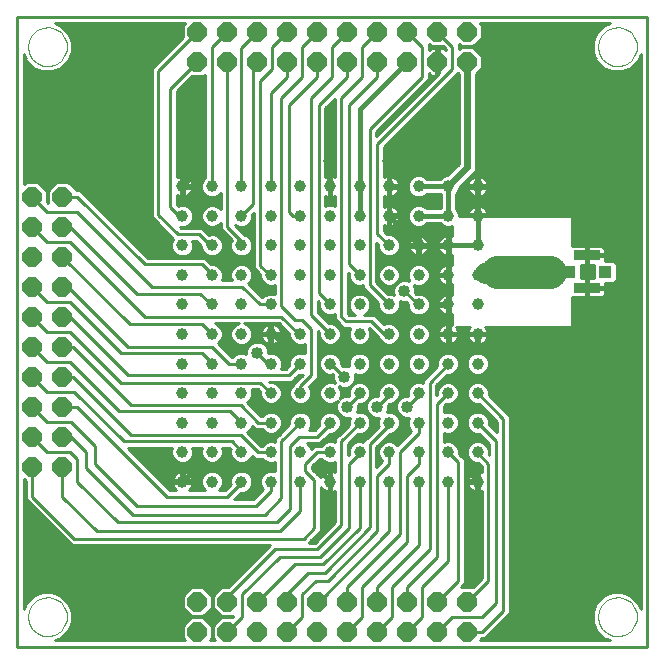
<source format=gtl>
G75*
G70*
%OFA0B0*%
%FSLAX24Y24*%
%IPPOS*%
%LPD*%
%AMOC8*
5,1,8,0,0,1.08239X$1,22.5*
%
%ADD10C,0.0100*%
%ADD11C,0.0394*%
%ADD12OC8,0.0640*%
%ADD13C,0.0000*%
%ADD14R,0.0866X0.0335*%
%ADD15R,0.0413X0.0394*%
%ADD16C,0.0160*%
%ADD17C,0.0240*%
%ADD18C,0.1100*%
%ADD19C,0.0500*%
%ADD20C,0.0700*%
%ADD21C,0.0400*%
D10*
X001028Y001028D02*
X001028Y022028D01*
X022028Y022028D01*
X022028Y001028D01*
X001028Y001028D01*
X001248Y002288D02*
X001248Y006615D01*
X001308Y006555D01*
X001308Y005937D01*
X001437Y005808D01*
X002837Y004408D01*
X003019Y004408D01*
X009447Y004408D01*
X008057Y003018D01*
X007825Y003018D01*
X007538Y002731D01*
X007538Y002325D01*
X007825Y002038D01*
X008227Y002038D01*
X008207Y002018D01*
X007825Y002018D01*
X007538Y001731D01*
X007538Y001325D01*
X007615Y001248D01*
X007441Y001248D01*
X007518Y001325D01*
X007518Y001731D01*
X007231Y002018D01*
X006825Y002018D01*
X006538Y001731D01*
X006538Y001325D01*
X006615Y001248D01*
X002288Y001248D01*
X002493Y001333D01*
X002723Y001564D01*
X002848Y001865D01*
X002848Y002191D01*
X002723Y002493D01*
X002493Y002723D01*
X002191Y002848D01*
X001865Y002848D01*
X001564Y002723D01*
X001333Y002493D01*
X001248Y002288D01*
X001248Y002309D02*
X001257Y002309D01*
X001248Y002408D02*
X001298Y002408D01*
X001347Y002506D02*
X001248Y002506D01*
X001248Y002605D02*
X001445Y002605D01*
X001544Y002703D02*
X001248Y002703D01*
X001248Y002802D02*
X001753Y002802D01*
X001248Y002900D02*
X006707Y002900D01*
X006609Y002802D02*
X002303Y002802D01*
X002512Y002703D02*
X006538Y002703D01*
X006538Y002731D02*
X006538Y002325D01*
X006825Y002038D01*
X007231Y002038D01*
X007518Y002325D01*
X007518Y002731D01*
X007231Y003018D01*
X006825Y003018D01*
X006538Y002731D01*
X006538Y002605D02*
X002611Y002605D01*
X002709Y002506D02*
X006538Y002506D01*
X006538Y002408D02*
X002758Y002408D01*
X002799Y002309D02*
X006554Y002309D01*
X006653Y002211D02*
X002840Y002211D01*
X002848Y002112D02*
X006751Y002112D01*
X006821Y002013D02*
X002848Y002013D01*
X002848Y001915D02*
X006722Y001915D01*
X006623Y001816D02*
X002828Y001816D01*
X002787Y001718D02*
X006538Y001718D01*
X006538Y001619D02*
X002746Y001619D01*
X002680Y001521D02*
X006538Y001521D01*
X006538Y001422D02*
X002582Y001422D01*
X002470Y001324D02*
X006539Y001324D01*
X007235Y002013D02*
X007821Y002013D01*
X007751Y002112D02*
X007305Y002112D01*
X007403Y002211D02*
X007653Y002211D01*
X007554Y002309D02*
X007502Y002309D01*
X007518Y002408D02*
X007538Y002408D01*
X007538Y002506D02*
X007518Y002506D01*
X007518Y002605D02*
X007538Y002605D01*
X007538Y002703D02*
X007518Y002703D01*
X007447Y002802D02*
X007609Y002802D01*
X007707Y002900D02*
X007349Y002900D01*
X007250Y002999D02*
X007806Y002999D01*
X008136Y003097D02*
X001248Y003097D01*
X001248Y002999D02*
X006806Y002999D01*
X007334Y001915D02*
X007722Y001915D01*
X007623Y001816D02*
X007433Y001816D01*
X007518Y001718D02*
X007538Y001718D01*
X007538Y001619D02*
X007518Y001619D01*
X007518Y001521D02*
X007538Y001521D01*
X007538Y001422D02*
X007518Y001422D01*
X007517Y001324D02*
X007539Y001324D01*
X008028Y001528D02*
X008528Y002028D01*
X008528Y002778D01*
X009778Y004028D01*
X011128Y004028D01*
X012078Y004978D01*
X012078Y007128D01*
X012434Y007484D01*
X012434Y007512D01*
X012067Y007532D02*
X012048Y007532D01*
X012067Y007585D02*
X012067Y007439D01*
X012070Y007431D01*
X012048Y007409D01*
X012048Y007787D01*
X012391Y008130D01*
X012506Y008130D01*
X012641Y008186D01*
X012745Y008289D01*
X012800Y008424D01*
X012800Y008569D01*
X012745Y008704D01*
X012641Y008808D01*
X012506Y008863D01*
X012361Y008863D01*
X012360Y008863D01*
X012398Y008954D01*
X012398Y009087D01*
X012425Y009114D01*
X012506Y009114D01*
X012641Y009170D01*
X012745Y009273D01*
X012800Y009408D01*
X012800Y009554D01*
X012745Y009689D01*
X012641Y009792D01*
X012506Y009848D01*
X012361Y009848D01*
X012226Y009792D01*
X012123Y009689D01*
X012067Y009554D01*
X012067Y009408D01*
X012071Y009398D01*
X011954Y009398D01*
X011818Y009342D01*
X011768Y009291D01*
X011816Y009408D01*
X011816Y009554D01*
X011760Y009689D01*
X011746Y009703D01*
X011854Y009658D01*
X012002Y009658D01*
X012138Y009714D01*
X012242Y009818D01*
X012298Y009954D01*
X012298Y010102D01*
X012287Y010129D01*
X012361Y010098D01*
X012506Y010098D01*
X012641Y010154D01*
X012745Y010257D01*
X012800Y010392D01*
X012800Y010538D01*
X012745Y010673D01*
X012641Y010776D01*
X012506Y010832D01*
X012361Y010832D01*
X012226Y010776D01*
X012123Y010673D01*
X012067Y010538D01*
X012067Y010392D01*
X012077Y010367D01*
X012002Y010398D01*
X011869Y010398D01*
X011816Y010451D01*
X011816Y010538D01*
X011760Y010673D01*
X011657Y010776D01*
X011522Y010832D01*
X011376Y010832D01*
X011241Y010776D01*
X011138Y010673D01*
X011082Y010538D01*
X011082Y010392D01*
X011138Y010257D01*
X011241Y010154D01*
X011376Y010098D01*
X011522Y010098D01*
X011540Y010105D01*
X011558Y010087D01*
X011558Y009954D01*
X011614Y009818D01*
X011630Y009803D01*
X011522Y009848D01*
X011376Y009848D01*
X011241Y009792D01*
X011138Y009689D01*
X011082Y009554D01*
X011082Y009408D01*
X011138Y009273D01*
X011241Y009170D01*
X011376Y009114D01*
X011522Y009114D01*
X011657Y009170D01*
X011707Y009220D01*
X011658Y009102D01*
X011658Y008954D01*
X011714Y008818D01*
X011818Y008714D01*
X011750Y008714D01*
X011760Y008704D02*
X011657Y008808D01*
X011522Y008863D01*
X011376Y008863D01*
X011241Y008808D01*
X011138Y008704D01*
X011082Y008569D01*
X011082Y008424D01*
X011091Y008402D01*
X010937Y008248D01*
X010735Y008248D01*
X010776Y008289D01*
X010832Y008424D01*
X010832Y008569D01*
X010776Y008704D01*
X010673Y008808D01*
X010538Y008863D01*
X010392Y008863D01*
X010257Y008808D01*
X010154Y008704D01*
X010098Y008569D01*
X010098Y008459D01*
X009737Y008098D01*
X009608Y007969D01*
X009608Y007857D01*
X009554Y007879D01*
X009408Y007879D01*
X009273Y007823D01*
X009182Y007732D01*
X009135Y007732D01*
X008698Y008169D01*
X008688Y008179D01*
X008704Y008186D01*
X008808Y008289D01*
X008851Y008394D01*
X008968Y008277D01*
X009151Y008277D01*
X009182Y008277D01*
X009273Y008186D01*
X009408Y008130D01*
X009554Y008130D01*
X009689Y008186D01*
X009792Y008289D01*
X009848Y008424D01*
X009848Y008569D01*
X009792Y008704D01*
X009689Y008808D01*
X009554Y008863D01*
X009408Y008863D01*
X009273Y008808D01*
X009182Y008716D01*
X009151Y008716D01*
X008699Y009168D01*
X008704Y009170D01*
X008808Y009273D01*
X008863Y009408D01*
X008863Y009554D01*
X008841Y009608D01*
X009037Y009608D01*
X009114Y009531D01*
X009114Y009408D01*
X009170Y009273D01*
X009273Y009170D01*
X009408Y009114D01*
X009554Y009114D01*
X009689Y009170D01*
X009792Y009273D01*
X009848Y009408D01*
X009848Y009554D01*
X009792Y009689D01*
X009689Y009792D01*
X009554Y009848D01*
X009420Y009848D01*
X009409Y009858D01*
X010169Y009858D01*
X010298Y009987D01*
X010409Y010098D01*
X010537Y010098D01*
X010245Y009806D01*
X010245Y009780D01*
X010154Y009689D01*
X010098Y009554D01*
X010098Y009408D01*
X010154Y009273D01*
X010257Y009170D01*
X010392Y009114D01*
X010538Y009114D01*
X010673Y009170D01*
X010776Y009273D01*
X010832Y009408D01*
X010832Y009554D01*
X010776Y009689D01*
X010763Y009702D01*
X010919Y009858D01*
X011048Y009987D01*
X011048Y011537D01*
X011048Y011547D01*
X011082Y011512D01*
X011082Y011376D01*
X011138Y011241D01*
X011241Y011138D01*
X011376Y011082D01*
X011522Y011082D01*
X011657Y011138D01*
X011760Y011241D01*
X011816Y011376D01*
X011816Y011522D01*
X011760Y011657D01*
X011657Y011760D01*
X011522Y011816D01*
X011401Y011816D01*
X011048Y012169D01*
X011048Y012547D01*
X011084Y012511D01*
X011082Y012506D01*
X011082Y012361D01*
X011138Y012226D01*
X011241Y012123D01*
X011376Y012067D01*
X011522Y012067D01*
X011608Y012102D01*
X011608Y011937D01*
X011737Y011808D01*
X011887Y011658D01*
X012069Y011658D01*
X012124Y011658D01*
X012123Y011657D01*
X012067Y011522D01*
X012067Y011376D01*
X012123Y011241D01*
X012226Y011138D01*
X012361Y011082D01*
X012506Y011082D01*
X012641Y011138D01*
X012745Y011241D01*
X012800Y011376D01*
X012800Y011522D01*
X012749Y011646D01*
X013074Y011321D01*
X013107Y011241D01*
X013210Y011138D01*
X013345Y011082D01*
X013491Y011082D01*
X013626Y011138D01*
X013729Y011241D01*
X013785Y011376D01*
X013785Y011522D01*
X013729Y011657D01*
X013626Y011760D01*
X013491Y011816D01*
X013345Y011816D01*
X013243Y011774D01*
X013048Y011969D01*
X012919Y012098D01*
X012582Y012098D01*
X012641Y012123D01*
X012745Y012226D01*
X012800Y012361D01*
X013051Y012361D01*
X013107Y012226D01*
X013210Y012123D01*
X013345Y012067D01*
X013491Y012067D01*
X013626Y012123D01*
X013729Y012226D01*
X013785Y012361D01*
X013785Y012506D01*
X013769Y012543D01*
X013854Y012508D01*
X013987Y012508D01*
X014035Y012460D01*
X014035Y012361D01*
X014091Y012226D01*
X014194Y012123D01*
X014329Y012067D01*
X014475Y012067D01*
X014610Y012123D01*
X014713Y012226D01*
X014769Y012361D01*
X014769Y012506D01*
X014713Y012641D01*
X014610Y012745D01*
X014475Y012800D01*
X014329Y012800D01*
X014320Y012797D01*
X014298Y012819D01*
X014298Y012952D01*
X015528Y012952D01*
X015528Y013050D02*
X014257Y013050D01*
X014242Y013087D02*
X014329Y013051D01*
X014475Y013051D01*
X014610Y013107D01*
X014713Y013210D01*
X014769Y013345D01*
X014769Y013491D01*
X014713Y013626D01*
X014610Y013729D01*
X014475Y013785D01*
X014329Y013785D01*
X014194Y013729D01*
X014091Y013626D01*
X014035Y013491D01*
X014035Y013345D01*
X014091Y013211D01*
X014002Y013248D01*
X013854Y013248D01*
X013718Y013192D01*
X013614Y013088D01*
X013558Y012952D01*
X013215Y012952D01*
X013117Y013050D02*
X013599Y013050D01*
X013626Y013107D02*
X013729Y013210D01*
X013785Y013345D01*
X013785Y013491D01*
X013729Y013626D01*
X013626Y013729D01*
X013491Y013785D01*
X013345Y013785D01*
X013210Y013729D01*
X013107Y013626D01*
X013051Y013491D01*
X013051Y013345D01*
X013107Y013210D01*
X013210Y013107D01*
X013345Y013051D01*
X013491Y013051D01*
X013626Y013107D01*
X013668Y013149D02*
X013676Y013149D01*
X013744Y013247D02*
X013853Y013247D01*
X013785Y013346D02*
X014035Y013346D01*
X014035Y013444D02*
X013785Y013444D01*
X013763Y013543D02*
X014057Y013543D01*
X014107Y013642D02*
X013713Y013642D01*
X013598Y013740D02*
X014222Y013740D01*
X014333Y014055D02*
X014354Y014055D01*
X014354Y014353D01*
X014450Y014353D01*
X014450Y014055D01*
X014471Y014055D01*
X014599Y014108D01*
X014696Y014206D01*
X014749Y014333D01*
X014749Y014354D01*
X014451Y014354D01*
X014451Y014450D01*
X014749Y014450D01*
X014749Y014471D01*
X014696Y014599D01*
X014599Y014696D01*
X014471Y014749D01*
X014450Y014749D01*
X014450Y014451D01*
X014354Y014451D01*
X014354Y014749D01*
X014333Y014749D01*
X014206Y014696D01*
X014108Y014599D01*
X014055Y014471D01*
X014055Y014450D01*
X014353Y014450D01*
X014353Y014354D01*
X014055Y014354D01*
X014055Y014333D01*
X014108Y014206D01*
X014206Y014108D01*
X014333Y014055D01*
X014354Y014134D02*
X014450Y014134D01*
X014450Y014233D02*
X014354Y014233D01*
X014354Y014331D02*
X014450Y014331D01*
X014451Y014430D02*
X015338Y014430D01*
X015338Y014450D02*
X015338Y014354D01*
X015039Y014354D01*
X015039Y014333D01*
X015092Y014206D01*
X015190Y014108D01*
X015317Y014055D01*
X015338Y014055D01*
X015338Y014353D01*
X015435Y014353D01*
X015435Y014055D01*
X015455Y014055D01*
X015528Y014085D01*
X015528Y013734D01*
X015455Y013765D01*
X015435Y013765D01*
X015435Y013466D01*
X015338Y013466D01*
X015338Y013369D01*
X015435Y013369D01*
X015435Y013071D01*
X015455Y013071D01*
X015528Y013101D01*
X015528Y012750D01*
X015455Y012780D01*
X015435Y012780D01*
X015435Y012482D01*
X015338Y012482D01*
X015338Y012780D01*
X015317Y012780D01*
X015190Y012728D01*
X015092Y012630D01*
X015039Y012503D01*
X015039Y012482D01*
X015338Y012482D01*
X015338Y012385D01*
X015435Y012385D01*
X015435Y012087D01*
X015455Y012087D01*
X015528Y012117D01*
X015528Y011766D01*
X015455Y011796D01*
X015435Y011796D01*
X015435Y011498D01*
X015733Y011498D01*
X015733Y011518D01*
X015680Y011646D01*
X015648Y011678D01*
X016109Y011678D01*
X016076Y011646D01*
X016024Y011518D01*
X016024Y011498D01*
X016322Y011498D01*
X016322Y011401D01*
X016024Y011401D01*
X016024Y011380D01*
X016076Y011253D01*
X016174Y011155D01*
X016302Y011102D01*
X016322Y011102D01*
X016322Y011401D01*
X016419Y011401D01*
X016419Y011498D01*
X016717Y011498D01*
X016717Y011518D01*
X016665Y011646D01*
X016632Y011678D01*
X021808Y011678D01*
X021808Y002288D01*
X021723Y002493D01*
X021493Y002723D01*
X021191Y002848D01*
X020865Y002848D01*
X020564Y002723D01*
X020333Y002493D01*
X020208Y002191D01*
X020208Y001865D01*
X020333Y001564D01*
X020564Y001333D01*
X020769Y001248D01*
X016441Y001248D01*
X016501Y001308D01*
X016619Y001308D01*
X017448Y002137D01*
X017448Y002319D01*
X017448Y008532D01*
X017448Y008714D01*
X021808Y008714D01*
X021808Y008616D02*
X017448Y008616D01*
X017448Y008714D02*
X016737Y009425D01*
X016737Y009554D01*
X016682Y009689D01*
X016578Y009792D01*
X016444Y009848D01*
X016298Y009848D01*
X016163Y009792D01*
X016060Y009689D01*
X016004Y009554D01*
X016004Y009408D01*
X016060Y009273D01*
X016163Y009170D01*
X016298Y009114D01*
X016426Y009114D01*
X017008Y008532D01*
X017008Y008170D01*
X016737Y008441D01*
X016737Y008569D01*
X016682Y008704D01*
X016578Y008808D01*
X016444Y008863D01*
X016298Y008863D01*
X016163Y008808D01*
X016060Y008704D01*
X016004Y008569D01*
X016004Y008424D01*
X016060Y008289D01*
X016163Y008186D01*
X016298Y008130D01*
X016426Y008130D01*
X016758Y007798D01*
X016758Y007409D01*
X016735Y007433D01*
X016758Y007433D01*
X016737Y007439D02*
X016737Y007585D01*
X016682Y007720D01*
X016578Y007823D01*
X016444Y007879D01*
X016298Y007879D01*
X016163Y007823D01*
X016060Y007720D01*
X016004Y007585D01*
X016004Y007439D01*
X016060Y007304D01*
X016163Y007201D01*
X016298Y007145D01*
X016399Y007145D01*
X016508Y007037D01*
X016508Y006846D01*
X016440Y006875D01*
X016419Y006875D01*
X016419Y006577D01*
X016322Y006577D01*
X016322Y006875D01*
X016302Y006875D01*
X016174Y006822D01*
X016076Y006724D01*
X016024Y006597D01*
X016024Y006576D01*
X016322Y006576D01*
X016322Y006480D01*
X016024Y006480D01*
X016024Y006459D01*
X016076Y006332D01*
X016174Y006234D01*
X016302Y006181D01*
X016322Y006181D01*
X016322Y006479D01*
X016419Y006479D01*
X016419Y006181D01*
X016440Y006181D01*
X016508Y006210D01*
X016508Y003319D01*
X016207Y003018D01*
X015829Y003018D01*
X015948Y003137D01*
X015948Y003319D01*
X015948Y007269D01*
X015819Y007398D01*
X015753Y007464D01*
X015753Y007585D01*
X015697Y007720D01*
X015594Y007823D01*
X015459Y007879D01*
X015313Y007879D01*
X015248Y007852D01*
X015248Y008157D01*
X015313Y008130D01*
X015459Y008130D01*
X015594Y008186D01*
X015697Y008289D01*
X015753Y008424D01*
X015753Y008569D01*
X015697Y008704D01*
X015594Y008808D01*
X015459Y008863D01*
X015313Y008863D01*
X015248Y008836D01*
X015248Y009037D01*
X015325Y009114D01*
X015459Y009114D01*
X015594Y009170D01*
X015697Y009273D01*
X015753Y009408D01*
X015753Y009554D01*
X015697Y009689D01*
X015594Y009792D01*
X015459Y009848D01*
X015313Y009848D01*
X015178Y009792D01*
X015075Y009689D01*
X015019Y009554D01*
X015019Y009431D01*
X014998Y009409D01*
X014998Y009737D01*
X015359Y010098D01*
X015459Y010098D01*
X015594Y010154D01*
X015697Y010257D01*
X015753Y010392D01*
X015753Y010538D01*
X015697Y010673D01*
X015594Y010776D01*
X015459Y010832D01*
X015313Y010832D01*
X015178Y010776D01*
X015075Y010673D01*
X015019Y010538D01*
X015019Y010392D01*
X015023Y010384D01*
X014687Y010048D01*
X014558Y009919D01*
X014558Y009813D01*
X014475Y009848D01*
X014329Y009848D01*
X014194Y009792D01*
X014091Y009689D01*
X014035Y009554D01*
X014035Y009408D01*
X014039Y009398D01*
X013954Y009398D01*
X013818Y009342D01*
X013714Y009238D01*
X013658Y009102D01*
X013658Y008954D01*
X013714Y008818D01*
X013818Y008714D01*
X013719Y008714D01*
X013729Y008704D02*
X013626Y008808D01*
X013491Y008863D01*
X013360Y008863D01*
X013398Y008954D01*
X013398Y009087D01*
X013425Y009114D01*
X013491Y009114D01*
X013626Y009170D01*
X013729Y009273D01*
X013785Y009408D01*
X013785Y009554D01*
X013729Y009689D01*
X013626Y009792D01*
X013491Y009848D01*
X013345Y009848D01*
X013210Y009792D01*
X013107Y009689D01*
X013051Y009554D01*
X013051Y009408D01*
X013055Y009398D01*
X012954Y009398D01*
X012818Y009342D01*
X012714Y009238D01*
X012658Y009102D01*
X012658Y008954D01*
X012714Y008818D01*
X012818Y008714D01*
X012734Y008714D01*
X012818Y008714D02*
X012954Y008658D01*
X013088Y008658D01*
X013051Y008569D01*
X013051Y008424D01*
X013069Y008380D01*
X012687Y007998D01*
X012558Y007869D01*
X012558Y007858D01*
X012506Y007879D01*
X012361Y007879D01*
X012226Y007823D01*
X012123Y007720D01*
X012067Y007585D01*
X012048Y007630D02*
X012085Y007630D01*
X012048Y007729D02*
X012131Y007729D01*
X012089Y007828D02*
X012236Y007828D01*
X012187Y007926D02*
X012615Y007926D01*
X012714Y008025D02*
X012286Y008025D01*
X012384Y008123D02*
X012812Y008123D01*
X012911Y008222D02*
X012678Y008222D01*
X012758Y008320D02*
X013009Y008320D01*
X013053Y008419D02*
X012798Y008419D01*
X012800Y008517D02*
X013051Y008517D01*
X013070Y008616D02*
X012781Y008616D01*
X012720Y008813D02*
X012628Y008813D01*
X012676Y008911D02*
X012380Y008911D01*
X012398Y009010D02*
X012658Y009010D01*
X012661Y009109D02*
X012420Y009109D01*
X012679Y009207D02*
X012702Y009207D01*
X012758Y009306D02*
X012782Y009306D01*
X012799Y009404D02*
X013052Y009404D01*
X013051Y009503D02*
X012800Y009503D01*
X012781Y009601D02*
X013071Y009601D01*
X013118Y009700D02*
X012733Y009700D01*
X012625Y009798D02*
X013226Y009798D01*
X013345Y010098D02*
X013491Y010098D01*
X013626Y010154D01*
X013729Y010257D01*
X013785Y010392D01*
X013785Y010538D01*
X013729Y010673D01*
X013626Y010776D01*
X013491Y010832D01*
X013345Y010832D01*
X013210Y010776D01*
X013107Y010673D01*
X013051Y010538D01*
X013051Y010392D01*
X013107Y010257D01*
X013210Y010154D01*
X013345Y010098D01*
X013171Y010193D02*
X012680Y010193D01*
X012759Y010291D02*
X013093Y010291D01*
X013052Y010390D02*
X012799Y010390D01*
X012800Y010488D02*
X013051Y010488D01*
X013071Y010587D02*
X012780Y010587D01*
X012732Y010685D02*
X013119Y010685D01*
X013229Y010784D02*
X012623Y010784D01*
X012245Y010784D02*
X011638Y010784D01*
X011748Y010685D02*
X012135Y010685D01*
X012087Y010587D02*
X011796Y010587D01*
X011816Y010488D02*
X012067Y010488D01*
X012068Y010390D02*
X012022Y010390D01*
X011928Y010028D02*
X011491Y010465D01*
X011449Y010465D01*
X011203Y010193D02*
X011048Y010193D01*
X011048Y010291D02*
X011124Y010291D01*
X011083Y010390D02*
X011048Y010390D01*
X011048Y010488D02*
X011082Y010488D01*
X011103Y010587D02*
X011048Y010587D01*
X011048Y010685D02*
X011151Y010685D01*
X011048Y010784D02*
X011260Y010784D01*
X011048Y010882D02*
X021808Y010882D01*
X021808Y010784D02*
X016560Y010784D01*
X016578Y010776D02*
X016444Y010832D01*
X016298Y010832D01*
X016163Y010776D01*
X016060Y010673D01*
X016004Y010538D01*
X016004Y010392D01*
X016060Y010257D01*
X016163Y010154D01*
X016298Y010098D01*
X016444Y010098D01*
X016578Y010154D01*
X016682Y010257D01*
X016737Y010392D01*
X016737Y010538D01*
X016682Y010673D01*
X016578Y010776D01*
X016669Y010685D02*
X021808Y010685D01*
X021808Y010587D02*
X016717Y010587D01*
X016737Y010488D02*
X021808Y010488D01*
X021808Y010390D02*
X016736Y010390D01*
X016696Y010291D02*
X021808Y010291D01*
X021808Y010193D02*
X016617Y010193D01*
X016562Y009798D02*
X021808Y009798D01*
X021808Y009700D02*
X016670Y009700D01*
X016718Y009601D02*
X021808Y009601D01*
X021808Y009503D02*
X016737Y009503D01*
X016758Y009404D02*
X021808Y009404D01*
X021808Y009306D02*
X016857Y009306D01*
X016955Y009207D02*
X021808Y009207D01*
X021808Y009109D02*
X017054Y009109D01*
X017152Y009010D02*
X021808Y009010D01*
X021808Y008911D02*
X017251Y008911D01*
X017349Y008813D02*
X021808Y008813D01*
X021808Y008517D02*
X017448Y008517D01*
X017448Y008419D02*
X021808Y008419D01*
X021808Y008320D02*
X017448Y008320D01*
X017448Y008222D02*
X021808Y008222D01*
X021808Y008123D02*
X017448Y008123D01*
X017448Y008025D02*
X021808Y008025D01*
X021808Y007926D02*
X017448Y007926D01*
X017448Y007828D02*
X021808Y007828D01*
X021808Y007729D02*
X017448Y007729D01*
X017448Y007630D02*
X021808Y007630D01*
X021808Y007532D02*
X017448Y007532D01*
X017448Y007433D02*
X021808Y007433D01*
X021808Y007335D02*
X017448Y007335D01*
X017448Y007236D02*
X021808Y007236D01*
X021808Y007138D02*
X017448Y007138D01*
X017448Y007039D02*
X021808Y007039D01*
X021808Y006941D02*
X017448Y006941D01*
X017448Y006842D02*
X021808Y006842D01*
X021808Y006744D02*
X017448Y006744D01*
X017448Y006645D02*
X021808Y006645D01*
X021808Y006546D02*
X017448Y006546D01*
X017448Y006448D02*
X021808Y006448D01*
X021808Y006349D02*
X017448Y006349D01*
X017448Y006251D02*
X021808Y006251D01*
X021808Y006152D02*
X017448Y006152D01*
X017448Y006054D02*
X021808Y006054D01*
X021808Y005955D02*
X017448Y005955D01*
X017448Y005857D02*
X021808Y005857D01*
X021808Y005758D02*
X017448Y005758D01*
X017448Y005660D02*
X021808Y005660D01*
X021808Y005561D02*
X017448Y005561D01*
X017448Y005462D02*
X021808Y005462D01*
X021808Y005364D02*
X017448Y005364D01*
X017448Y005265D02*
X021808Y005265D01*
X021808Y005167D02*
X017448Y005167D01*
X017448Y005068D02*
X021808Y005068D01*
X021808Y004970D02*
X017448Y004970D01*
X017448Y004871D02*
X021808Y004871D01*
X021808Y004773D02*
X017448Y004773D01*
X017448Y004674D02*
X021808Y004674D01*
X021808Y004576D02*
X017448Y004576D01*
X017448Y004477D02*
X021808Y004477D01*
X021808Y004379D02*
X017448Y004379D01*
X017448Y004280D02*
X021808Y004280D01*
X021808Y004181D02*
X017448Y004181D01*
X017448Y004083D02*
X021808Y004083D01*
X021808Y003984D02*
X017448Y003984D01*
X017448Y003886D02*
X021808Y003886D01*
X021808Y003787D02*
X017448Y003787D01*
X017448Y003689D02*
X021808Y003689D01*
X021808Y003590D02*
X017448Y003590D01*
X017448Y003492D02*
X021808Y003492D01*
X021808Y003393D02*
X017448Y003393D01*
X017448Y003295D02*
X021808Y003295D01*
X021808Y003196D02*
X017448Y003196D01*
X017448Y003097D02*
X021808Y003097D01*
X021808Y002999D02*
X017448Y002999D01*
X017448Y002900D02*
X021808Y002900D01*
X021808Y002802D02*
X021303Y002802D01*
X021512Y002703D02*
X021808Y002703D01*
X021808Y002605D02*
X021611Y002605D01*
X021709Y002506D02*
X021808Y002506D01*
X021808Y002408D02*
X021758Y002408D01*
X021799Y002309D02*
X021808Y002309D01*
X020753Y002802D02*
X017448Y002802D01*
X017448Y002703D02*
X020544Y002703D01*
X020445Y002605D02*
X017448Y002605D01*
X017448Y002506D02*
X020347Y002506D01*
X020298Y002408D02*
X017448Y002408D01*
X017448Y002309D02*
X020257Y002309D01*
X020216Y002211D02*
X017448Y002211D01*
X017423Y002112D02*
X020208Y002112D01*
X020208Y002013D02*
X017325Y002013D01*
X017226Y001915D02*
X020208Y001915D01*
X020228Y001816D02*
X017127Y001816D01*
X017029Y001718D02*
X020269Y001718D01*
X020310Y001619D02*
X016930Y001619D01*
X016832Y001521D02*
X020376Y001521D01*
X020474Y001422D02*
X016733Y001422D01*
X016635Y001324D02*
X020586Y001324D01*
X017228Y002228D02*
X017228Y008623D01*
X016371Y009481D01*
X016046Y009306D02*
X015711Y009306D01*
X015752Y009404D02*
X016005Y009404D01*
X016004Y009503D02*
X015753Y009503D01*
X015733Y009601D02*
X016023Y009601D01*
X016071Y009700D02*
X015686Y009700D01*
X015578Y009798D02*
X016179Y009798D01*
X016124Y010193D02*
X015633Y010193D01*
X015711Y010291D02*
X016045Y010291D01*
X016005Y010390D02*
X015752Y010390D01*
X015753Y010488D02*
X016004Y010488D01*
X016024Y010587D02*
X015733Y010587D01*
X015685Y010685D02*
X016072Y010685D01*
X016182Y010784D02*
X015575Y010784D01*
X015386Y010465D02*
X015386Y010436D01*
X014778Y009828D01*
X014778Y004278D01*
X013528Y003028D01*
X013528Y002028D01*
X013028Y001528D01*
X012528Y002028D02*
X012028Y001528D01*
X012528Y002028D02*
X012528Y003028D01*
X014028Y004528D01*
X014028Y006728D01*
X014402Y007102D01*
X014402Y007512D01*
X013964Y008025D02*
X013336Y008025D01*
X013434Y008123D02*
X014062Y008123D01*
X014158Y008222D02*
X013662Y008222D01*
X013626Y008186D02*
X013729Y008289D01*
X013785Y008424D01*
X013785Y008569D01*
X013729Y008704D01*
X013818Y008714D02*
X013954Y008658D01*
X014072Y008658D01*
X014035Y008569D01*
X014035Y008424D01*
X014091Y008289D01*
X014159Y008220D01*
X013694Y007755D01*
X013626Y007823D01*
X013491Y007879D01*
X013345Y007879D01*
X013210Y007823D01*
X013107Y007720D01*
X013051Y007585D01*
X013051Y007439D01*
X013107Y007304D01*
X013198Y007213D01*
X013198Y007209D01*
X012998Y007009D01*
X012998Y007687D01*
X013441Y008130D01*
X013491Y008130D01*
X013626Y008186D01*
X013742Y008320D02*
X014078Y008320D01*
X014037Y008419D02*
X013783Y008419D01*
X013785Y008517D02*
X014035Y008517D01*
X014054Y008616D02*
X013765Y008616D01*
X013720Y008813D02*
X013612Y008813D01*
X013676Y008911D02*
X013380Y008911D01*
X013398Y009010D02*
X013658Y009010D01*
X013661Y009109D02*
X013420Y009109D01*
X013663Y009207D02*
X013702Y009207D01*
X013742Y009306D02*
X013782Y009306D01*
X013783Y009404D02*
X014037Y009404D01*
X014035Y009503D02*
X013785Y009503D01*
X013765Y009601D02*
X014055Y009601D01*
X014102Y009700D02*
X013718Y009700D01*
X013610Y009798D02*
X014210Y009798D01*
X014329Y010098D02*
X014194Y010154D01*
X014091Y010257D01*
X014035Y010392D01*
X014035Y010538D01*
X014091Y010673D01*
X014194Y010776D01*
X014329Y010832D01*
X014475Y010832D01*
X014610Y010776D01*
X014713Y010673D01*
X014769Y010538D01*
X014769Y010392D01*
X014713Y010257D01*
X014610Y010154D01*
X014475Y010098D01*
X014329Y010098D01*
X014156Y010193D02*
X013664Y010193D01*
X013743Y010291D02*
X014077Y010291D01*
X014036Y010390D02*
X013784Y010390D01*
X013785Y010488D02*
X014035Y010488D01*
X014055Y010587D02*
X013764Y010587D01*
X013716Y010685D02*
X014103Y010685D01*
X014213Y010784D02*
X013607Y010784D01*
X013665Y011178D02*
X014154Y011178D01*
X014194Y011138D02*
X014329Y011082D01*
X014475Y011082D01*
X014610Y011138D01*
X014713Y011241D01*
X014769Y011376D01*
X014769Y011522D01*
X014713Y011657D01*
X014610Y011760D01*
X014475Y011816D01*
X014329Y011816D01*
X014194Y011760D01*
X014091Y011657D01*
X014035Y011522D01*
X014035Y011376D01*
X014091Y011241D01*
X014194Y011138D01*
X014076Y011277D02*
X013743Y011277D01*
X013784Y011375D02*
X014036Y011375D01*
X014035Y011474D02*
X013785Y011474D01*
X013764Y011572D02*
X014056Y011572D01*
X014105Y011671D02*
X013715Y011671D01*
X013604Y011769D02*
X014216Y011769D01*
X014588Y011769D02*
X015252Y011769D01*
X015190Y011743D02*
X015092Y011646D01*
X015039Y011518D01*
X015039Y011498D01*
X015338Y011498D01*
X015338Y011796D01*
X015317Y011796D01*
X015190Y011743D01*
X015117Y011671D02*
X014699Y011671D01*
X014748Y011572D02*
X015062Y011572D01*
X015039Y011401D02*
X015039Y011380D01*
X015092Y011253D01*
X015190Y011155D01*
X015317Y011102D01*
X015338Y011102D01*
X015338Y011401D01*
X015435Y011401D01*
X015435Y011498D01*
X015338Y011498D01*
X015338Y011401D01*
X015039Y011401D01*
X015042Y011375D02*
X014768Y011375D01*
X014769Y011474D02*
X015338Y011474D01*
X015435Y011474D02*
X016322Y011474D01*
X016419Y011474D02*
X021808Y011474D01*
X021808Y011528D02*
X019528Y011528D01*
X019528Y012674D01*
X019533Y012669D01*
X019994Y012669D01*
X019994Y012953D01*
X020062Y012953D01*
X020062Y013020D01*
X020611Y013020D01*
X020611Y013161D01*
X020906Y013161D01*
X021005Y013261D01*
X021005Y013795D01*
X020906Y013895D01*
X020611Y013895D01*
X020611Y014036D01*
X020062Y014036D01*
X021808Y014036D01*
X021808Y014134D02*
X020611Y014134D01*
X020611Y014103D02*
X020611Y014299D01*
X020523Y014387D01*
X020062Y014387D01*
X020062Y014103D01*
X020611Y014103D01*
X020611Y014233D02*
X021808Y014233D01*
X021808Y014331D02*
X020579Y014331D01*
X020611Y013937D02*
X021808Y013937D01*
X021808Y013839D02*
X020962Y013839D01*
X021005Y013740D02*
X021808Y013740D01*
X021808Y013642D02*
X021005Y013642D01*
X021005Y013543D02*
X021808Y013543D01*
X021808Y013444D02*
X021005Y013444D01*
X021005Y013346D02*
X021808Y013346D01*
X021808Y013247D02*
X020992Y013247D01*
X020611Y013149D02*
X021808Y013149D01*
X021808Y013050D02*
X020611Y013050D01*
X020611Y012953D02*
X020062Y012953D01*
X020062Y012669D01*
X020523Y012669D01*
X020611Y012757D01*
X020611Y012953D01*
X020611Y012952D02*
X021808Y012952D01*
X021808Y012853D02*
X020611Y012853D01*
X020609Y012755D02*
X021808Y012755D01*
X021808Y012656D02*
X019528Y012656D01*
X019528Y012558D02*
X021808Y012558D01*
X021808Y012459D02*
X019528Y012459D01*
X019528Y012361D02*
X021808Y012361D01*
X021808Y012262D02*
X019528Y012262D01*
X019528Y012163D02*
X021808Y012163D01*
X021808Y012065D02*
X019528Y012065D01*
X019528Y011966D02*
X021808Y011966D01*
X021808Y011868D02*
X019528Y011868D01*
X019528Y011769D02*
X021808Y011769D01*
X021808Y011671D02*
X019528Y011671D01*
X019528Y011572D02*
X021808Y011572D01*
X016695Y011572D01*
X016640Y011671D02*
X021808Y011671D01*
X021808Y011528D02*
X021808Y015528D01*
X019528Y015528D01*
X019528Y014382D01*
X019533Y014387D01*
X019994Y014387D01*
X019994Y014103D01*
X020062Y014103D01*
X020062Y014036D01*
X020062Y014035D02*
X020062Y013752D01*
X020252Y013752D01*
X020252Y013304D01*
X020062Y013304D01*
X020062Y013021D01*
X019994Y013021D01*
X019994Y013304D01*
X019804Y013304D01*
X019804Y013752D01*
X019994Y013752D01*
X019994Y014035D01*
X020062Y014035D01*
X020062Y013937D02*
X019994Y013937D01*
X019994Y013839D02*
X020062Y013839D01*
X020252Y013740D02*
X019804Y013740D01*
X019804Y013642D02*
X020252Y013642D01*
X020252Y013543D02*
X019804Y013543D01*
X019804Y013444D02*
X020252Y013444D01*
X020252Y013346D02*
X019804Y013346D01*
X019994Y013247D02*
X020062Y013247D01*
X020062Y013149D02*
X019994Y013149D01*
X019994Y013050D02*
X020062Y013050D01*
X020062Y012952D02*
X019994Y012952D01*
X019994Y012853D02*
X020062Y012853D01*
X020062Y012755D02*
X019994Y012755D01*
X019428Y013528D02*
X018778Y013528D01*
X019528Y014430D02*
X021808Y014430D01*
X021808Y014528D02*
X019528Y014528D01*
X019528Y014627D02*
X021808Y014627D01*
X021808Y014726D02*
X019528Y014726D01*
X019528Y014824D02*
X021808Y014824D01*
X021808Y014923D02*
X019528Y014923D01*
X019528Y015021D02*
X021808Y015021D01*
X021808Y015120D02*
X019528Y015120D01*
X019528Y015218D02*
X021808Y015218D01*
X021808Y015317D02*
X019528Y015317D01*
X019528Y015415D02*
X021808Y015415D01*
X016419Y015415D01*
X016419Y015435D02*
X016717Y015435D01*
X016717Y015455D01*
X016665Y015583D01*
X016567Y015680D01*
X016440Y015733D01*
X016419Y015733D01*
X016419Y015435D01*
X016322Y015435D01*
X016322Y015733D01*
X016302Y015733D01*
X016174Y015680D01*
X016076Y015583D01*
X016024Y015455D01*
X016024Y015435D01*
X016322Y015435D01*
X016322Y015378D01*
X015753Y015378D01*
X015753Y015459D01*
X015697Y015594D01*
X015636Y015655D01*
X015636Y016102D01*
X015697Y016163D01*
X015753Y016298D01*
X015753Y016327D01*
X016274Y016848D01*
X016318Y016955D01*
X016318Y017070D01*
X016318Y020125D01*
X016518Y020325D01*
X016518Y020731D01*
X016231Y021018D01*
X015825Y021018D01*
X015748Y020941D01*
X015748Y021115D01*
X015825Y021038D01*
X016231Y021038D01*
X016518Y021325D01*
X016518Y021731D01*
X016441Y021808D01*
X020769Y021808D01*
X020564Y021723D01*
X020333Y021493D01*
X020208Y021191D01*
X020208Y020865D01*
X020333Y020564D01*
X020564Y020333D01*
X020865Y020208D01*
X021191Y020208D01*
X021493Y020333D01*
X021723Y020564D01*
X021808Y020769D01*
X021808Y015378D01*
X016419Y015378D01*
X016419Y015435D01*
X016419Y015514D02*
X016322Y015514D01*
X016322Y015612D02*
X016419Y015612D01*
X016419Y015711D02*
X016322Y015711D01*
X016248Y015711D02*
X015636Y015711D01*
X015636Y015810D02*
X021808Y015810D01*
X021808Y015908D02*
X015636Y015908D01*
X015636Y016007D02*
X021808Y016007D01*
X021808Y016105D02*
X016596Y016105D01*
X016567Y016076D02*
X016665Y016174D01*
X016717Y016302D01*
X021808Y016302D01*
X021808Y016204D02*
X016677Y016204D01*
X016717Y016302D02*
X016717Y016322D01*
X016419Y016322D01*
X016419Y016024D01*
X016440Y016024D01*
X016567Y016076D01*
X016419Y016105D02*
X016322Y016105D01*
X016322Y016024D02*
X016322Y016322D01*
X016419Y016322D01*
X016419Y016419D01*
X016717Y016419D01*
X016717Y016440D01*
X016665Y016567D01*
X016567Y016665D01*
X016440Y016717D01*
X016419Y016717D01*
X016419Y016419D01*
X016322Y016419D01*
X016322Y016322D01*
X016024Y016322D01*
X016024Y016302D01*
X015753Y016302D01*
X015714Y016204D02*
X016064Y016204D01*
X016076Y016174D02*
X016174Y016076D01*
X016302Y016024D01*
X016322Y016024D01*
X016322Y016204D02*
X016419Y016204D01*
X016419Y016302D02*
X016322Y016302D01*
X016322Y016401D02*
X015827Y016401D01*
X015925Y016499D02*
X016049Y016499D01*
X016024Y016440D02*
X016076Y016567D01*
X016174Y016665D01*
X016302Y016717D01*
X016322Y016717D01*
X016322Y016419D01*
X016024Y016419D01*
X016024Y016440D01*
X016024Y016302D02*
X016076Y016174D01*
X016145Y016105D02*
X015640Y016105D01*
X015679Y015612D02*
X016106Y015612D01*
X016048Y015514D02*
X015731Y015514D01*
X015753Y015415D02*
X016322Y015415D01*
X016635Y015612D02*
X021808Y015612D01*
X021808Y015514D02*
X019528Y015514D01*
X019994Y014331D02*
X020062Y014331D01*
X020062Y014233D02*
X019994Y014233D01*
X019994Y014134D02*
X020062Y014134D01*
X021808Y015514D02*
X016693Y015514D01*
X016493Y015711D02*
X021808Y015711D01*
X021808Y016401D02*
X016419Y016401D01*
X016419Y016499D02*
X016322Y016499D01*
X016322Y016598D02*
X016419Y016598D01*
X016419Y016696D02*
X016322Y016696D01*
X016251Y016696D02*
X016122Y016696D01*
X016107Y016598D02*
X016024Y016598D01*
X016221Y016795D02*
X021808Y016795D01*
X021808Y016894D02*
X016293Y016894D01*
X016318Y016992D02*
X021808Y016992D01*
X021808Y017091D02*
X016318Y017091D01*
X016318Y017189D02*
X021808Y017189D01*
X021808Y017288D02*
X016318Y017288D01*
X016318Y017386D02*
X021808Y017386D01*
X021808Y017485D02*
X016318Y017485D01*
X016318Y017583D02*
X021808Y017583D01*
X021808Y017682D02*
X016318Y017682D01*
X016318Y017780D02*
X021808Y017780D01*
X021808Y017879D02*
X016318Y017879D01*
X016318Y017977D02*
X021808Y017977D01*
X021808Y018076D02*
X016318Y018076D01*
X016318Y018175D02*
X021808Y018175D01*
X021808Y018273D02*
X016318Y018273D01*
X016318Y018372D02*
X021808Y018372D01*
X021808Y018470D02*
X016318Y018470D01*
X016318Y018569D02*
X021808Y018569D01*
X021808Y018667D02*
X016318Y018667D01*
X016318Y018766D02*
X021808Y018766D01*
X021808Y018864D02*
X016318Y018864D01*
X016318Y018963D02*
X021808Y018963D01*
X021808Y019061D02*
X016318Y019061D01*
X016318Y019160D02*
X021808Y019160D01*
X021808Y019259D02*
X016318Y019259D01*
X016318Y019357D02*
X021808Y019357D01*
X021808Y019456D02*
X016318Y019456D01*
X016318Y019554D02*
X021808Y019554D01*
X021808Y019653D02*
X016318Y019653D01*
X016318Y019751D02*
X021808Y019751D01*
X021808Y019850D02*
X016318Y019850D01*
X016318Y019948D02*
X021808Y019948D01*
X021808Y020047D02*
X016318Y020047D01*
X016338Y020145D02*
X021808Y020145D01*
X021808Y020244D02*
X021278Y020244D01*
X021502Y020343D02*
X021808Y020343D01*
X021808Y020441D02*
X021601Y020441D01*
X021699Y020540D02*
X021808Y020540D01*
X021808Y020638D02*
X021754Y020638D01*
X021795Y020737D02*
X021808Y020737D01*
X020778Y020244D02*
X016437Y020244D01*
X016518Y020343D02*
X020554Y020343D01*
X020455Y020441D02*
X016518Y020441D01*
X016518Y020540D02*
X020357Y020540D01*
X020302Y020638D02*
X016518Y020638D01*
X016512Y020737D02*
X020261Y020737D01*
X020220Y020835D02*
X016414Y020835D01*
X016315Y020934D02*
X020208Y020934D01*
X020208Y021032D02*
X015748Y021032D01*
X015528Y021028D02*
X015028Y021528D01*
X014748Y021115D02*
X014825Y021038D01*
X015207Y021038D01*
X015308Y020937D01*
X015308Y020913D01*
X015223Y020998D01*
X015078Y020998D01*
X015078Y020578D01*
X014978Y020578D01*
X014978Y020998D01*
X014833Y020998D01*
X014748Y020913D01*
X014748Y020937D01*
X014748Y021115D01*
X014748Y021032D02*
X015213Y021032D01*
X015287Y020934D02*
X015308Y020934D01*
X015078Y020934D02*
X014978Y020934D01*
X014978Y020835D02*
X015078Y020835D01*
X015078Y020737D02*
X014978Y020737D01*
X014978Y020638D02*
X015078Y020638D01*
X015078Y020478D02*
X015078Y020139D01*
X012998Y018059D01*
X012998Y018187D01*
X014619Y019808D01*
X014748Y019937D01*
X014748Y020143D01*
X014833Y020058D01*
X014978Y020058D01*
X014978Y020478D01*
X015078Y020478D01*
X015078Y020441D02*
X014978Y020441D01*
X014978Y020343D02*
X015078Y020343D01*
X015078Y020244D02*
X014978Y020244D01*
X014978Y020145D02*
X015078Y020145D01*
X014986Y020047D02*
X014748Y020047D01*
X014748Y019948D02*
X014887Y019948D01*
X014789Y019850D02*
X014661Y019850D01*
X014690Y019751D02*
X014562Y019751D01*
X014592Y019653D02*
X014464Y019653D01*
X014493Y019554D02*
X014365Y019554D01*
X014395Y019456D02*
X014267Y019456D01*
X014296Y019357D02*
X014168Y019357D01*
X014197Y019259D02*
X014070Y019259D01*
X014099Y019160D02*
X013971Y019160D01*
X014000Y019061D02*
X013873Y019061D01*
X013902Y018963D02*
X013774Y018963D01*
X013803Y018864D02*
X013675Y018864D01*
X013705Y018766D02*
X013577Y018766D01*
X013606Y018667D02*
X013478Y018667D01*
X013508Y018569D02*
X013380Y018569D01*
X013409Y018470D02*
X013281Y018470D01*
X013311Y018372D02*
X013183Y018372D01*
X013212Y018273D02*
X013084Y018273D01*
X013114Y018175D02*
X012998Y018175D01*
X012998Y018076D02*
X013015Y018076D01*
X013028Y017778D02*
X015528Y020278D01*
X015528Y021028D01*
X014769Y020934D02*
X014748Y020934D01*
X014528Y021028D02*
X014028Y021528D01*
X014528Y021028D02*
X014528Y020028D01*
X012778Y018278D01*
X012778Y013078D01*
X013418Y012438D01*
X013418Y012434D01*
X013666Y012163D02*
X014153Y012163D01*
X014076Y012262D02*
X013744Y012262D01*
X013785Y012361D02*
X014035Y012361D01*
X014035Y012459D02*
X013785Y012459D01*
X013574Y012766D02*
X013491Y012800D01*
X013367Y012800D01*
X012998Y013169D01*
X012998Y014497D01*
X013051Y014444D01*
X013051Y014329D01*
X013107Y014194D01*
X013210Y014091D01*
X013345Y014035D01*
X013491Y014035D01*
X013626Y014091D01*
X013729Y014194D01*
X013785Y014329D01*
X013785Y014475D01*
X013729Y014610D01*
X013626Y014713D01*
X013491Y014769D01*
X013348Y014769D01*
X013248Y014869D01*
X013248Y015081D01*
X013349Y015039D01*
X013369Y015039D01*
X013369Y015338D01*
X013466Y015338D01*
X013466Y015039D01*
X013487Y015039D01*
X013614Y015092D01*
X013712Y015190D01*
X013765Y015317D01*
X013765Y015338D01*
X013466Y015338D01*
X013466Y015435D01*
X013369Y015435D01*
X013369Y015733D01*
X013349Y015733D01*
X013248Y015691D01*
X013248Y016065D01*
X013349Y016024D01*
X013369Y016024D01*
X013369Y016322D01*
X013466Y016322D01*
X013466Y016024D01*
X013487Y016024D01*
X013614Y016076D01*
X013712Y016174D01*
X013765Y016302D01*
X014035Y016302D01*
X014035Y016298D02*
X014091Y016163D01*
X014194Y016060D01*
X014329Y016004D01*
X014475Y016004D01*
X014610Y016060D01*
X014671Y016121D01*
X015117Y016121D01*
X015136Y016102D01*
X015136Y015655D01*
X015117Y015636D01*
X014671Y015636D01*
X014610Y015697D01*
X014475Y015753D01*
X014329Y015753D01*
X014194Y015697D01*
X014091Y015594D01*
X014035Y015459D01*
X014035Y015313D01*
X014091Y015178D01*
X014194Y015075D01*
X014329Y015019D01*
X014475Y015019D01*
X014610Y015075D01*
X014671Y015136D01*
X015117Y015136D01*
X015178Y015075D01*
X015313Y015019D01*
X015459Y015019D01*
X015528Y015048D01*
X015528Y014719D01*
X015455Y014749D01*
X015435Y014749D01*
X015435Y014451D01*
X015338Y014451D01*
X015338Y014749D01*
X015317Y014749D01*
X015190Y014696D01*
X015092Y014599D01*
X015039Y014471D01*
X015039Y014450D01*
X015338Y014450D01*
X015338Y014528D02*
X015435Y014528D01*
X015435Y014627D02*
X015338Y014627D01*
X015338Y014726D02*
X015435Y014726D01*
X015512Y014726D02*
X015528Y014726D01*
X015528Y014824D02*
X013293Y014824D01*
X013248Y014923D02*
X015528Y014923D01*
X015528Y015021D02*
X015463Y015021D01*
X015309Y015021D02*
X014479Y015021D01*
X014325Y015021D02*
X013248Y015021D01*
X013369Y015120D02*
X013466Y015120D01*
X013466Y015218D02*
X013369Y015218D01*
X013369Y015317D02*
X013466Y015317D01*
X013466Y015415D02*
X014035Y015415D01*
X014035Y015317D02*
X013764Y015317D01*
X013724Y015218D02*
X014075Y015218D01*
X014150Y015120D02*
X013642Y015120D01*
X013765Y015435D02*
X013466Y015435D01*
X013466Y015733D01*
X013487Y015733D01*
X013614Y015680D01*
X013712Y015583D01*
X013765Y015455D01*
X013765Y015435D01*
X013740Y015514D02*
X014058Y015514D01*
X014109Y015612D02*
X013682Y015612D01*
X013540Y015711D02*
X014227Y015711D01*
X014322Y016007D02*
X013248Y016007D01*
X013248Y015908D02*
X015136Y015908D01*
X015136Y015810D02*
X013248Y015810D01*
X013248Y015711D02*
X013295Y015711D01*
X013369Y015711D02*
X013466Y015711D01*
X013466Y015612D02*
X013369Y015612D01*
X013369Y015514D02*
X013466Y015514D01*
X013466Y016105D02*
X013369Y016105D01*
X013369Y016204D02*
X013466Y016204D01*
X013466Y016302D02*
X013369Y016302D01*
X013466Y016322D02*
X013466Y016419D01*
X013369Y016419D01*
X013369Y016717D01*
X013349Y016717D01*
X013248Y016676D01*
X013248Y017687D01*
X015619Y020058D01*
X015712Y020151D01*
X015738Y020125D01*
X015738Y017132D01*
X015343Y016737D01*
X015313Y016737D01*
X015178Y016682D01*
X015117Y016621D01*
X014671Y016621D01*
X014610Y016682D01*
X014475Y016737D01*
X014329Y016737D01*
X014194Y016682D01*
X014091Y016578D01*
X014035Y016444D01*
X014035Y016298D01*
X014074Y016204D02*
X013724Y016204D01*
X013765Y016302D02*
X013765Y016322D01*
X013466Y016322D01*
X013466Y016401D02*
X014035Y016401D01*
X014058Y016499D02*
X013740Y016499D01*
X013765Y016440D02*
X013712Y016567D01*
X013614Y016665D01*
X013487Y016717D01*
X013466Y016717D01*
X013466Y016419D01*
X013765Y016419D01*
X013765Y016440D01*
X013681Y016598D02*
X014111Y016598D01*
X014230Y016696D02*
X013537Y016696D01*
X013466Y016696D02*
X013369Y016696D01*
X013298Y016696D02*
X013248Y016696D01*
X013248Y016795D02*
X015401Y016795D01*
X015499Y016894D02*
X013248Y016894D01*
X013248Y016992D02*
X015598Y016992D01*
X015696Y017091D02*
X013248Y017091D01*
X013248Y017189D02*
X015738Y017189D01*
X015738Y017288D02*
X013248Y017288D01*
X013248Y017386D02*
X015738Y017386D01*
X015738Y017485D02*
X013248Y017485D01*
X013248Y017583D02*
X015738Y017583D01*
X015738Y017682D02*
X013248Y017682D01*
X013341Y017780D02*
X015738Y017780D01*
X015738Y017879D02*
X013440Y017879D01*
X013539Y017977D02*
X015738Y017977D01*
X015738Y018076D02*
X013637Y018076D01*
X013736Y018175D02*
X015738Y018175D01*
X015738Y018273D02*
X013834Y018273D01*
X013933Y018372D02*
X015738Y018372D01*
X015738Y018470D02*
X014031Y018470D01*
X014130Y018569D02*
X015738Y018569D01*
X015738Y018667D02*
X014228Y018667D01*
X014327Y018766D02*
X015738Y018766D01*
X015738Y018864D02*
X014425Y018864D01*
X014524Y018963D02*
X015738Y018963D01*
X015738Y019061D02*
X014623Y019061D01*
X014721Y019160D02*
X015738Y019160D01*
X015738Y019259D02*
X014820Y019259D01*
X014918Y019357D02*
X015738Y019357D01*
X015738Y019456D02*
X015017Y019456D01*
X015115Y019554D02*
X015738Y019554D01*
X015738Y019653D02*
X015214Y019653D01*
X015312Y019751D02*
X015738Y019751D01*
X015738Y019850D02*
X015411Y019850D01*
X015509Y019948D02*
X015738Y019948D01*
X015738Y020047D02*
X015608Y020047D01*
X015707Y020145D02*
X015718Y020145D01*
X016324Y021131D02*
X020208Y021131D01*
X020224Y021229D02*
X016422Y021229D01*
X016518Y021328D02*
X020265Y021328D01*
X020306Y021426D02*
X016518Y021426D01*
X016518Y021525D02*
X020365Y021525D01*
X020464Y021624D02*
X016518Y021624D01*
X016518Y021722D02*
X020562Y021722D01*
X021808Y016696D02*
X016490Y016696D01*
X016634Y016598D02*
X021808Y016598D01*
X021808Y016499D02*
X016693Y016499D01*
X015214Y016696D02*
X014574Y016696D01*
X014655Y016105D02*
X015133Y016105D01*
X015136Y016007D02*
X014482Y016007D01*
X014577Y015711D02*
X015136Y015711D01*
X015134Y015120D02*
X014654Y015120D01*
X014527Y014726D02*
X015261Y014726D01*
X015121Y014627D02*
X014668Y014627D01*
X014725Y014528D02*
X015063Y014528D01*
X015040Y014331D02*
X014748Y014331D01*
X014707Y014233D02*
X015081Y014233D01*
X015164Y014134D02*
X014625Y014134D01*
X014353Y014430D02*
X013785Y014430D01*
X013785Y014331D02*
X014056Y014331D01*
X014097Y014233D02*
X013745Y014233D01*
X013669Y014134D02*
X014179Y014134D01*
X014079Y014528D02*
X013762Y014528D01*
X013712Y014627D02*
X014136Y014627D01*
X014277Y014726D02*
X013595Y014726D01*
X013418Y014402D02*
X013404Y014402D01*
X013028Y014778D01*
X013028Y017778D01*
X012078Y019078D02*
X013028Y020028D01*
X013028Y020528D01*
X012528Y020028D02*
X012528Y021028D01*
X013028Y021528D01*
X012028Y021528D02*
X011528Y021028D01*
X011528Y020028D01*
X010828Y019328D01*
X010828Y012078D01*
X011449Y011457D01*
X011449Y011449D01*
X011202Y011178D02*
X011048Y011178D01*
X011048Y011277D02*
X011124Y011277D01*
X011083Y011375D02*
X011048Y011375D01*
X011048Y011474D02*
X011082Y011474D01*
X010828Y011628D02*
X010528Y011928D01*
X010278Y011928D01*
X009828Y012378D01*
X009828Y019328D01*
X010528Y020028D01*
X010528Y021028D01*
X011028Y021528D01*
X010028Y021528D02*
X009528Y021028D01*
X009528Y020278D01*
X009128Y019878D01*
X009128Y013728D01*
X009438Y013418D01*
X009481Y013418D01*
X009154Y013247D02*
X008823Y013247D01*
X008808Y013210D02*
X008863Y013345D01*
X008863Y013491D01*
X008808Y013626D01*
X008704Y013729D01*
X008569Y013785D01*
X008424Y013785D01*
X008289Y013729D01*
X008186Y013626D01*
X008130Y013491D01*
X008130Y013345D01*
X008170Y013248D01*
X007839Y013248D01*
X007879Y013345D01*
X007879Y013491D01*
X007823Y013626D01*
X007720Y013729D01*
X007585Y013785D01*
X007483Y013785D01*
X007398Y013869D01*
X007398Y013869D01*
X007269Y013998D01*
X005369Y013998D01*
X003248Y016119D01*
X003119Y016248D01*
X003001Y016248D01*
X002731Y016518D01*
X002325Y016518D01*
X002038Y016231D01*
X002038Y015829D01*
X002018Y015849D01*
X002018Y016231D01*
X001731Y016518D01*
X001325Y016518D01*
X001248Y016441D01*
X001248Y020769D01*
X001333Y020564D01*
X001564Y020333D01*
X001865Y020208D01*
X002191Y020208D01*
X002493Y020333D01*
X002723Y020564D01*
X002848Y020865D01*
X002848Y021191D01*
X002723Y021493D01*
X002493Y021723D01*
X002288Y021808D01*
X006615Y021808D01*
X006538Y021731D01*
X006538Y021349D01*
X005508Y020319D01*
X005508Y020137D01*
X005508Y015337D01*
X005637Y015208D01*
X006226Y014619D01*
X006217Y014610D01*
X006161Y014475D01*
X006161Y014329D01*
X006217Y014194D01*
X006320Y014091D01*
X006455Y014035D01*
X006601Y014035D01*
X006736Y014091D01*
X006839Y014194D01*
X006895Y014329D01*
X006895Y014475D01*
X006860Y014558D01*
X006987Y014558D01*
X007145Y014399D01*
X007145Y014329D01*
X007201Y014194D01*
X007304Y014091D01*
X007439Y014035D01*
X007585Y014035D01*
X007720Y014091D01*
X007823Y014194D01*
X007879Y014329D01*
X007879Y014475D01*
X007823Y014610D01*
X007720Y014713D01*
X007585Y014769D01*
X007439Y014769D01*
X007410Y014757D01*
X007298Y014869D01*
X007169Y014998D01*
X006469Y014998D01*
X006442Y015025D01*
X006455Y015019D01*
X006601Y015019D01*
X006736Y015075D01*
X006839Y015178D01*
X006895Y015313D01*
X006895Y015459D01*
X006839Y015594D01*
X006736Y015697D01*
X006601Y015753D01*
X006455Y015753D01*
X006391Y015726D01*
X006348Y015769D01*
X006348Y016070D01*
X006459Y016024D01*
X006480Y016024D01*
X006480Y016322D01*
X006576Y016322D01*
X006576Y016024D01*
X006597Y016024D01*
X006724Y016076D01*
X006822Y016174D01*
X006875Y016302D01*
X007145Y016302D01*
X007145Y016298D02*
X007201Y016163D01*
X007304Y016060D01*
X007439Y016004D01*
X007585Y016004D01*
X007720Y016060D01*
X007808Y016148D01*
X007808Y015609D01*
X007720Y015697D01*
X007585Y015753D01*
X007439Y015753D01*
X007304Y015697D01*
X007201Y015594D01*
X007145Y015459D01*
X007145Y015313D01*
X007201Y015178D01*
X007304Y015075D01*
X007439Y015019D01*
X007585Y015019D01*
X007720Y015075D01*
X007808Y015163D01*
X007808Y014937D01*
X007937Y014808D01*
X008171Y014574D01*
X008130Y014475D01*
X008130Y014329D01*
X008186Y014194D01*
X008289Y014091D01*
X008424Y014035D01*
X008569Y014035D01*
X008704Y014091D01*
X008808Y014194D01*
X008863Y014329D01*
X008863Y014475D01*
X008808Y014610D01*
X008704Y014713D01*
X008619Y014749D01*
X008294Y015073D01*
X008424Y015019D01*
X008569Y015019D01*
X008704Y015075D01*
X008808Y015178D01*
X008863Y015313D01*
X008863Y015452D01*
X008908Y015497D01*
X008908Y013637D01*
X009037Y013508D01*
X009114Y013431D01*
X009114Y013345D01*
X009170Y013210D01*
X009273Y013107D01*
X009408Y013051D01*
X009554Y013051D01*
X009608Y013073D01*
X009608Y012778D01*
X009554Y012800D01*
X009408Y012800D01*
X009273Y012745D01*
X009198Y012669D01*
X008748Y013119D01*
X008732Y013135D01*
X008808Y013210D01*
X008746Y013149D02*
X009231Y013149D01*
X009114Y013346D02*
X008863Y013346D01*
X008863Y013444D02*
X009100Y013444D01*
X009002Y013543D02*
X008842Y013543D01*
X008792Y013642D02*
X008908Y013642D01*
X008908Y013740D02*
X008677Y013740D01*
X008571Y014036D02*
X008908Y014036D01*
X008908Y014134D02*
X008748Y014134D01*
X008824Y014233D02*
X008908Y014233D01*
X008908Y014331D02*
X008863Y014331D01*
X008863Y014430D02*
X008908Y014430D01*
X008908Y014528D02*
X008841Y014528D01*
X008790Y014627D02*
X008908Y014627D01*
X008908Y014726D02*
X008674Y014726D01*
X008543Y014824D02*
X008908Y014824D01*
X008908Y014923D02*
X008444Y014923D01*
X008419Y015021D02*
X008346Y015021D01*
X008574Y015021D02*
X008908Y015021D01*
X008908Y015120D02*
X008749Y015120D01*
X008824Y015218D02*
X008908Y015218D01*
X008908Y015317D02*
X008863Y015317D01*
X008863Y015415D02*
X008908Y015415D01*
X008878Y015778D02*
X008878Y020378D01*
X009028Y020528D01*
X008497Y020997D02*
X009028Y021528D01*
X008497Y020997D02*
X008497Y016371D01*
X008878Y015778D02*
X008497Y015397D01*
X008497Y015386D01*
X008028Y015028D02*
X008028Y020528D01*
X007512Y021012D02*
X008028Y021528D01*
X007512Y021012D02*
X007512Y016371D01*
X007169Y016499D02*
X006850Y016499D01*
X006875Y016440D02*
X006822Y016567D01*
X006724Y016665D01*
X006597Y016717D01*
X006576Y016717D01*
X006576Y016419D01*
X006480Y016419D01*
X006480Y016717D01*
X006459Y016717D01*
X006348Y016671D01*
X006348Y019537D01*
X006849Y020038D01*
X007231Y020038D01*
X007292Y020099D01*
X007292Y016669D01*
X007201Y016578D01*
X007145Y016444D01*
X007145Y016298D01*
X007184Y016204D02*
X006834Y016204D01*
X006875Y016302D02*
X006875Y016322D01*
X006577Y016322D01*
X006577Y016419D01*
X006875Y016419D01*
X006875Y016440D01*
X006791Y016598D02*
X007221Y016598D01*
X007292Y016696D02*
X006648Y016696D01*
X006576Y016696D02*
X006480Y016696D01*
X006408Y016696D02*
X006348Y016696D01*
X006348Y016795D02*
X007292Y016795D01*
X007292Y016894D02*
X006348Y016894D01*
X006348Y016992D02*
X007292Y016992D01*
X007292Y017091D02*
X006348Y017091D01*
X006348Y017189D02*
X007292Y017189D01*
X007292Y017288D02*
X006348Y017288D01*
X006348Y017386D02*
X007292Y017386D01*
X007292Y017485D02*
X006348Y017485D01*
X006348Y017583D02*
X007292Y017583D01*
X007292Y017682D02*
X006348Y017682D01*
X006348Y017780D02*
X007292Y017780D01*
X007292Y017879D02*
X006348Y017879D01*
X006348Y017977D02*
X007292Y017977D01*
X007292Y018076D02*
X006348Y018076D01*
X006348Y018175D02*
X007292Y018175D01*
X007292Y018273D02*
X006348Y018273D01*
X006348Y018372D02*
X007292Y018372D01*
X007292Y018470D02*
X006348Y018470D01*
X006348Y018569D02*
X007292Y018569D01*
X007292Y018667D02*
X006348Y018667D01*
X006348Y018766D02*
X007292Y018766D01*
X007292Y018864D02*
X006348Y018864D01*
X006348Y018963D02*
X007292Y018963D01*
X007292Y019061D02*
X006348Y019061D01*
X006348Y019160D02*
X007292Y019160D01*
X007292Y019259D02*
X006348Y019259D01*
X006348Y019357D02*
X007292Y019357D01*
X007292Y019456D02*
X006348Y019456D01*
X006365Y019554D02*
X007292Y019554D01*
X007292Y019653D02*
X006464Y019653D01*
X006562Y019751D02*
X007292Y019751D01*
X007292Y019850D02*
X006661Y019850D01*
X006759Y019948D02*
X007292Y019948D01*
X007292Y020047D02*
X007240Y020047D01*
X007028Y020528D02*
X006128Y019628D01*
X006128Y015678D01*
X006420Y015386D01*
X006528Y015386D01*
X006780Y015120D02*
X007260Y015120D01*
X007185Y015218D02*
X006855Y015218D01*
X006895Y015317D02*
X007145Y015317D01*
X007145Y015415D02*
X006895Y015415D01*
X006872Y015514D02*
X007168Y015514D01*
X007220Y015612D02*
X006821Y015612D01*
X006703Y015711D02*
X007338Y015711D01*
X007432Y016007D02*
X006348Y016007D01*
X006348Y015908D02*
X007808Y015908D01*
X007808Y015810D02*
X006348Y015810D01*
X006480Y016105D02*
X006576Y016105D01*
X006576Y016204D02*
X006480Y016204D01*
X006480Y016302D02*
X006576Y016302D01*
X006577Y016401D02*
X007145Y016401D01*
X007259Y016105D02*
X006753Y016105D01*
X006576Y016499D02*
X006480Y016499D01*
X006480Y016598D02*
X006576Y016598D01*
X005508Y016598D02*
X001248Y016598D01*
X001248Y016696D02*
X005508Y016696D01*
X005508Y016795D02*
X001248Y016795D01*
X001248Y016894D02*
X005508Y016894D01*
X005508Y016992D02*
X001248Y016992D01*
X001248Y017091D02*
X005508Y017091D01*
X005508Y017189D02*
X001248Y017189D01*
X001248Y017288D02*
X005508Y017288D01*
X005508Y017386D02*
X001248Y017386D01*
X001248Y017485D02*
X005508Y017485D01*
X005508Y017583D02*
X001248Y017583D01*
X001248Y017682D02*
X005508Y017682D01*
X005508Y017780D02*
X001248Y017780D01*
X001248Y017879D02*
X005508Y017879D01*
X005508Y017977D02*
X001248Y017977D01*
X001248Y018076D02*
X005508Y018076D01*
X005508Y018175D02*
X001248Y018175D01*
X001248Y018273D02*
X005508Y018273D01*
X005508Y018372D02*
X001248Y018372D01*
X001248Y018470D02*
X005508Y018470D01*
X005508Y018569D02*
X001248Y018569D01*
X001248Y018667D02*
X005508Y018667D01*
X005508Y018766D02*
X001248Y018766D01*
X001248Y018864D02*
X005508Y018864D01*
X005508Y018963D02*
X001248Y018963D01*
X001248Y019061D02*
X005508Y019061D01*
X005508Y019160D02*
X001248Y019160D01*
X001248Y019259D02*
X005508Y019259D01*
X005508Y019357D02*
X001248Y019357D01*
X001248Y019456D02*
X005508Y019456D01*
X005508Y019554D02*
X001248Y019554D01*
X001248Y019653D02*
X005508Y019653D01*
X005508Y019751D02*
X001248Y019751D01*
X001248Y019850D02*
X005508Y019850D01*
X005508Y019948D02*
X001248Y019948D01*
X001248Y020047D02*
X005508Y020047D01*
X005508Y020145D02*
X001248Y020145D01*
X001248Y020244D02*
X001778Y020244D01*
X001554Y020343D02*
X001248Y020343D01*
X001248Y020441D02*
X001455Y020441D01*
X001357Y020540D02*
X001248Y020540D01*
X001248Y020638D02*
X001302Y020638D01*
X001261Y020737D02*
X001248Y020737D01*
X002278Y020244D02*
X005508Y020244D01*
X005531Y020343D02*
X002502Y020343D01*
X002601Y020441D02*
X005630Y020441D01*
X005729Y020540D02*
X002699Y020540D01*
X002754Y020638D02*
X005827Y020638D01*
X005926Y020737D02*
X002795Y020737D01*
X002836Y020835D02*
X006024Y020835D01*
X006123Y020934D02*
X002848Y020934D01*
X002848Y021032D02*
X006221Y021032D01*
X006320Y021131D02*
X002848Y021131D01*
X002832Y021229D02*
X006418Y021229D01*
X006517Y021328D02*
X002791Y021328D01*
X002751Y021426D02*
X006538Y021426D01*
X006538Y021525D02*
X002691Y021525D01*
X002592Y021624D02*
X006538Y021624D01*
X006538Y021722D02*
X002494Y021722D01*
X005728Y020228D02*
X007028Y021528D01*
X005728Y020228D02*
X005728Y015428D01*
X006378Y014778D01*
X007078Y014778D01*
X007454Y014402D01*
X007512Y014402D01*
X007261Y014134D02*
X006779Y014134D01*
X006855Y014233D02*
X007185Y014233D01*
X007145Y014331D02*
X006895Y014331D01*
X006895Y014430D02*
X007115Y014430D01*
X007016Y014528D02*
X006873Y014528D01*
X007244Y014923D02*
X007822Y014923D01*
X007808Y015021D02*
X007589Y015021D01*
X007435Y015021D02*
X006605Y015021D01*
X006451Y015021D02*
X006446Y015021D01*
X006021Y014824D02*
X004543Y014824D01*
X004642Y014726D02*
X006119Y014726D01*
X006218Y014627D02*
X004740Y014627D01*
X004839Y014528D02*
X006183Y014528D01*
X006161Y014430D02*
X004937Y014430D01*
X005036Y014331D02*
X006161Y014331D01*
X006201Y014233D02*
X005134Y014233D01*
X005233Y014134D02*
X006277Y014134D01*
X006454Y014036D02*
X005331Y014036D01*
X005278Y013778D02*
X003028Y016028D01*
X002528Y016028D01*
X002038Y016007D02*
X002018Y016007D01*
X002018Y016105D02*
X002038Y016105D01*
X002038Y016204D02*
X002018Y016204D01*
X001947Y016302D02*
X002109Y016302D01*
X002208Y016401D02*
X001848Y016401D01*
X001750Y016499D02*
X002306Y016499D01*
X002750Y016499D02*
X005508Y016499D01*
X005508Y016401D02*
X002848Y016401D01*
X002947Y016302D02*
X005508Y016302D01*
X005508Y016204D02*
X003163Y016204D01*
X003262Y016105D02*
X005508Y016105D01*
X005508Y016007D02*
X003361Y016007D01*
X003459Y015908D02*
X005508Y015908D01*
X005508Y015810D02*
X003558Y015810D01*
X003656Y015711D02*
X005508Y015711D01*
X005508Y015612D02*
X003755Y015612D01*
X003853Y015514D02*
X005508Y015514D01*
X005508Y015415D02*
X003952Y015415D01*
X004050Y015317D02*
X005528Y015317D01*
X005627Y015218D02*
X004149Y015218D01*
X004247Y015120D02*
X005725Y015120D01*
X005824Y015021D02*
X004346Y015021D01*
X004444Y014923D02*
X005922Y014923D01*
X006602Y014036D02*
X007438Y014036D01*
X007330Y013937D02*
X008908Y013937D01*
X008908Y013839D02*
X007428Y013839D01*
X007587Y014036D02*
X008422Y014036D01*
X008245Y014134D02*
X007763Y014134D01*
X007839Y014233D02*
X008169Y014233D01*
X008130Y014331D02*
X007879Y014331D01*
X007879Y014430D02*
X008130Y014430D01*
X008152Y014528D02*
X007857Y014528D01*
X007806Y014627D02*
X008118Y014627D01*
X008019Y014726D02*
X007690Y014726D01*
X007921Y014824D02*
X007343Y014824D01*
X007764Y015120D02*
X007808Y015120D01*
X008028Y015028D02*
X008497Y014560D01*
X008497Y014402D01*
X008316Y013740D02*
X007693Y013740D01*
X007807Y013642D02*
X008201Y013642D01*
X008151Y013543D02*
X007857Y013543D01*
X007879Y013444D02*
X008130Y013444D01*
X008130Y013346D02*
X007879Y013346D01*
X007512Y013418D02*
X007512Y013444D01*
X007178Y013778D01*
X005278Y013778D01*
X005528Y013028D02*
X003028Y015528D01*
X002028Y015528D01*
X001528Y016028D01*
X001306Y016499D02*
X001248Y016499D01*
X002018Y015908D02*
X002038Y015908D01*
X002528Y015028D02*
X002778Y015028D01*
X005028Y012778D01*
X007128Y012778D01*
X007473Y012434D01*
X007512Y012434D01*
X007605Y011808D02*
X008404Y011808D01*
X008289Y011760D01*
X008186Y011657D01*
X008130Y011522D01*
X008130Y011376D01*
X008186Y011241D01*
X008289Y011138D01*
X008424Y011082D01*
X008569Y011082D01*
X008704Y011138D01*
X008808Y011241D01*
X008863Y011376D01*
X008863Y011522D01*
X008808Y011657D01*
X008704Y011760D01*
X008589Y011808D01*
X009737Y011808D01*
X010098Y011447D01*
X010098Y011376D01*
X010154Y011241D01*
X010257Y011138D01*
X010392Y011082D01*
X010538Y011082D01*
X010608Y011111D01*
X010608Y010803D01*
X010538Y010832D01*
X010392Y010832D01*
X010257Y010776D01*
X010154Y010673D01*
X010098Y010538D01*
X010098Y010409D01*
X009987Y010298D01*
X009809Y010298D01*
X009848Y010392D01*
X009848Y010538D01*
X009792Y010673D01*
X009689Y010776D01*
X009554Y010832D01*
X009408Y010832D01*
X009398Y010828D01*
X009398Y010902D01*
X009342Y011038D01*
X009238Y011142D01*
X009102Y011198D01*
X008954Y011198D01*
X008818Y011142D01*
X008714Y011038D01*
X008658Y010902D01*
X008658Y010795D01*
X008569Y010832D01*
X008424Y010832D01*
X008289Y010776D01*
X008198Y010685D01*
X008182Y010685D01*
X007748Y011119D01*
X007724Y011143D01*
X007823Y011241D01*
X007879Y011376D01*
X007879Y011522D01*
X007823Y011657D01*
X007720Y011760D01*
X007605Y011808D01*
X007698Y011769D02*
X008310Y011769D01*
X008199Y011671D02*
X007810Y011671D01*
X007858Y011572D02*
X008150Y011572D01*
X008130Y011474D02*
X007879Y011474D01*
X007879Y011375D02*
X008130Y011375D01*
X008171Y011277D02*
X007838Y011277D01*
X007760Y011178D02*
X008249Y011178D01*
X007985Y010882D02*
X008658Y010882D01*
X008691Y010981D02*
X007886Y010981D01*
X007788Y011079D02*
X008756Y011079D01*
X008744Y011178D02*
X008906Y011178D01*
X008822Y011277D02*
X009177Y011277D01*
X009187Y011253D02*
X009284Y011155D01*
X009412Y011102D01*
X009432Y011102D01*
X009432Y011401D01*
X009134Y011401D01*
X009134Y011380D01*
X009187Y011253D01*
X009150Y011178D02*
X009262Y011178D01*
X009300Y011079D02*
X010608Y011079D01*
X010608Y010981D02*
X009365Y010981D01*
X009398Y010882D02*
X010608Y010882D01*
X010276Y010784D02*
X009670Y010784D01*
X009779Y010685D02*
X010166Y010685D01*
X010118Y010587D02*
X009827Y010587D01*
X009848Y010488D02*
X010098Y010488D01*
X010079Y010390D02*
X009847Y010390D01*
X009481Y010465D02*
X009391Y010465D01*
X009028Y010828D01*
X009432Y011178D02*
X009529Y011178D01*
X009529Y011102D02*
X009550Y011102D01*
X009677Y011155D01*
X009775Y011253D01*
X009828Y011380D01*
X009828Y011401D01*
X009529Y011401D01*
X009529Y011102D01*
X009529Y011277D02*
X009432Y011277D01*
X009432Y011375D02*
X009529Y011375D01*
X009529Y011401D02*
X009432Y011401D01*
X009432Y011498D01*
X009134Y011498D01*
X009134Y011518D01*
X009187Y011646D01*
X009284Y011743D01*
X009412Y011796D01*
X009432Y011796D01*
X009432Y011498D01*
X009529Y011498D01*
X009529Y011796D01*
X009550Y011796D01*
X009677Y011743D01*
X009775Y011646D01*
X009828Y011518D01*
X009828Y011498D01*
X009529Y011498D01*
X009529Y011401D01*
X009529Y011474D02*
X010071Y011474D01*
X010099Y011375D02*
X009825Y011375D01*
X009785Y011277D02*
X010139Y011277D01*
X010217Y011178D02*
X009700Y011178D01*
X009432Y011474D02*
X008863Y011474D01*
X008863Y011375D02*
X009136Y011375D01*
X009156Y011572D02*
X008843Y011572D01*
X008794Y011671D02*
X009212Y011671D01*
X009347Y011769D02*
X008683Y011769D01*
X009432Y011769D02*
X009529Y011769D01*
X009615Y011769D02*
X009776Y011769D01*
X009750Y011671D02*
X009874Y011671D01*
X009805Y011572D02*
X009973Y011572D01*
X009529Y011572D02*
X009432Y011572D01*
X009432Y011671D02*
X009529Y011671D01*
X009828Y012028D02*
X005278Y012028D01*
X002778Y014528D01*
X002028Y014528D01*
X001528Y015028D01*
X002528Y014028D02*
X004778Y011778D01*
X007178Y011778D01*
X007507Y011449D01*
X007512Y011449D01*
X007528Y011028D02*
X004728Y011028D01*
X002728Y013028D01*
X002528Y013028D01*
X002778Y012528D02*
X002028Y012528D01*
X001528Y013028D01*
X001528Y012028D02*
X002028Y011528D01*
X002778Y011528D01*
X004478Y009828D01*
X009128Y009828D01*
X009475Y009481D01*
X009481Y009481D01*
X009156Y009306D02*
X008821Y009306D01*
X008862Y009404D02*
X009115Y009404D01*
X009114Y009503D02*
X008863Y009503D01*
X008844Y009601D02*
X009044Y009601D01*
X009236Y009207D02*
X008742Y009207D01*
X008759Y009109D02*
X011661Y009109D01*
X011658Y009010D02*
X008857Y009010D01*
X008956Y008911D02*
X011676Y008911D01*
X011644Y008813D02*
X011720Y008813D01*
X011760Y008704D02*
X011816Y008569D01*
X011816Y008424D01*
X011760Y008289D01*
X011657Y008186D01*
X011522Y008130D01*
X011441Y008130D01*
X011248Y007937D01*
X011248Y007937D01*
X011119Y007808D01*
X010688Y007808D01*
X010776Y007720D01*
X010815Y007626D01*
X010921Y007732D01*
X011103Y007732D01*
X011150Y007732D01*
X011241Y007823D01*
X011376Y007879D01*
X011522Y007879D01*
X011608Y007844D01*
X011608Y007969D01*
X011737Y008098D01*
X012067Y008428D01*
X012067Y008569D01*
X012104Y008659D01*
X012102Y008658D01*
X011954Y008658D01*
X011818Y008714D01*
X011797Y008616D02*
X012086Y008616D01*
X012067Y008517D02*
X011816Y008517D01*
X011814Y008419D02*
X012058Y008419D01*
X011959Y008320D02*
X011773Y008320D01*
X011693Y008222D02*
X011861Y008222D01*
X011762Y008123D02*
X011434Y008123D01*
X011336Y008025D02*
X011664Y008025D01*
X011608Y007926D02*
X011237Y007926D01*
X011252Y007828D02*
X011139Y007828D01*
X011028Y008028D02*
X010428Y008028D01*
X010128Y007728D01*
X010128Y005628D01*
X009678Y005178D01*
X004378Y005178D01*
X003028Y006528D01*
X003028Y007278D01*
X002778Y007528D01*
X002028Y007528D01*
X001528Y008028D01*
X002028Y008528D02*
X001528Y009028D01*
X002028Y008528D02*
X002828Y008528D01*
X003628Y007728D01*
X003628Y007128D01*
X005028Y005728D01*
X008978Y005728D01*
X009481Y006231D01*
X009481Y006528D01*
X009608Y006872D02*
X009554Y006895D01*
X009408Y006895D01*
X009273Y006839D01*
X009170Y006736D01*
X009114Y006601D01*
X009114Y006455D01*
X009170Y006320D01*
X009214Y006276D01*
X008887Y005948D01*
X008259Y005948D01*
X008472Y006161D01*
X008569Y006161D01*
X008704Y006217D01*
X008808Y006320D01*
X008863Y006455D01*
X008863Y006601D01*
X008808Y006736D01*
X008704Y006839D01*
X008569Y006895D01*
X008424Y006895D01*
X008289Y006839D01*
X008186Y006736D01*
X008130Y006601D01*
X008130Y006455D01*
X008134Y006445D01*
X007937Y006248D01*
X007751Y006248D01*
X007823Y006320D01*
X007879Y006455D01*
X007879Y006601D01*
X007823Y006736D01*
X007720Y006839D01*
X007585Y006895D01*
X007439Y006895D01*
X007304Y006839D01*
X007201Y006736D01*
X007145Y006601D01*
X007145Y006455D01*
X007201Y006320D01*
X007274Y006248D01*
X006738Y006248D01*
X006822Y006332D01*
X006875Y006459D01*
X006875Y006480D01*
X006577Y006480D01*
X006577Y006576D01*
X006875Y006576D01*
X006875Y006597D01*
X006822Y006724D01*
X006724Y006822D01*
X006597Y006875D01*
X006576Y006875D01*
X006576Y006577D01*
X006480Y006577D01*
X006480Y006875D01*
X006459Y006875D01*
X006332Y006822D01*
X006234Y006724D01*
X006181Y006597D01*
X006181Y006576D01*
X006479Y006576D01*
X006479Y006480D01*
X006181Y006480D01*
X006181Y006459D01*
X006234Y006332D01*
X006318Y006248D01*
X006119Y006248D01*
X004709Y007658D01*
X006191Y007658D01*
X006161Y007585D01*
X006161Y007439D01*
X006217Y007304D01*
X006320Y007201D01*
X006455Y007145D01*
X006601Y007145D01*
X006736Y007201D01*
X006839Y007304D01*
X006895Y007439D01*
X006895Y007585D01*
X006865Y007658D01*
X007176Y007658D01*
X007145Y007585D01*
X007145Y007439D01*
X007201Y007304D01*
X007304Y007201D01*
X007439Y007145D01*
X007585Y007145D01*
X007720Y007201D01*
X007823Y007304D01*
X007879Y007439D01*
X007879Y007585D01*
X007849Y007658D01*
X008087Y007658D01*
X008139Y007606D01*
X008130Y007585D01*
X008130Y007439D01*
X008186Y007304D01*
X008289Y007201D01*
X008424Y007145D01*
X008569Y007145D01*
X008704Y007201D01*
X008808Y007304D01*
X008846Y007399D01*
X008953Y007292D01*
X009135Y007292D01*
X009182Y007292D01*
X009273Y007201D01*
X009408Y007145D01*
X009554Y007145D01*
X009608Y007168D01*
X009608Y006872D01*
X009608Y006941D02*
X005426Y006941D01*
X005328Y007039D02*
X009608Y007039D01*
X009608Y007138D02*
X005229Y007138D01*
X005131Y007236D02*
X006285Y007236D01*
X006204Y007335D02*
X005032Y007335D01*
X004934Y007433D02*
X006164Y007433D01*
X006161Y007532D02*
X004835Y007532D01*
X004737Y007630D02*
X006180Y007630D01*
X006876Y007630D02*
X007164Y007630D01*
X007145Y007532D02*
X006895Y007532D01*
X006892Y007433D02*
X007148Y007433D01*
X007189Y007335D02*
X006852Y007335D01*
X006771Y007236D02*
X007269Y007236D01*
X007312Y006842D02*
X006676Y006842D01*
X006576Y006842D02*
X006480Y006842D01*
X006480Y006744D02*
X006576Y006744D01*
X006576Y006645D02*
X006480Y006645D01*
X006479Y006546D02*
X005821Y006546D01*
X005919Y006448D02*
X006186Y006448D01*
X006227Y006349D02*
X006018Y006349D01*
X006116Y006251D02*
X006315Y006251D01*
X006028Y006028D02*
X003028Y009028D01*
X002528Y009028D01*
X002928Y009528D02*
X002028Y009528D01*
X001528Y010028D01*
X002028Y010528D02*
X001528Y011028D01*
X002028Y010528D02*
X002778Y010528D01*
X004428Y008878D01*
X008128Y008878D01*
X008497Y008510D01*
X008497Y008497D01*
X008741Y008222D02*
X009237Y008222D01*
X009060Y008497D02*
X008478Y009078D01*
X004828Y009078D01*
X002878Y011028D01*
X002528Y011028D01*
X002528Y010028D02*
X002878Y010028D01*
X004828Y008078D01*
X008478Y008078D01*
X009044Y007512D01*
X009481Y007512D01*
X009238Y007236D02*
X008739Y007236D01*
X008820Y007335D02*
X008910Y007335D01*
X008497Y007512D02*
X008497Y007560D01*
X008178Y007878D01*
X004578Y007878D01*
X002928Y009528D01*
X002828Y008028D02*
X002528Y008028D01*
X002828Y008028D02*
X003328Y007528D01*
X003328Y006978D01*
X004878Y005428D01*
X009278Y005428D01*
X009828Y005978D01*
X009828Y007878D01*
X010447Y008497D01*
X010465Y008497D01*
X010813Y008616D02*
X011102Y008616D01*
X011082Y008517D02*
X010832Y008517D01*
X010830Y008419D02*
X011084Y008419D01*
X011009Y008320D02*
X010789Y008320D01*
X010766Y008714D02*
X011148Y008714D01*
X011255Y008813D02*
X010660Y008813D01*
X010270Y008813D02*
X009675Y008813D01*
X009782Y008714D02*
X010164Y008714D01*
X010117Y008616D02*
X009828Y008616D01*
X009848Y008517D02*
X010098Y008517D01*
X010058Y008419D02*
X009846Y008419D01*
X009805Y008320D02*
X009959Y008320D01*
X009861Y008222D02*
X009725Y008222D01*
X009762Y008123D02*
X008744Y008123D01*
X008843Y008025D02*
X009664Y008025D01*
X009608Y007926D02*
X008941Y007926D01*
X009040Y007828D02*
X009283Y007828D01*
X008925Y008320D02*
X008821Y008320D01*
X009060Y008497D02*
X009481Y008497D01*
X009286Y008813D02*
X009054Y008813D01*
X009726Y009207D02*
X010220Y009207D01*
X010140Y009306D02*
X009805Y009306D01*
X009846Y009404D02*
X010100Y009404D01*
X010098Y009503D02*
X009848Y009503D01*
X009828Y009601D02*
X010118Y009601D01*
X010165Y009700D02*
X009781Y009700D01*
X009673Y009798D02*
X010245Y009798D01*
X010208Y009897D02*
X010336Y009897D01*
X010307Y009995D02*
X010434Y009995D01*
X010405Y010094D02*
X010533Y010094D01*
X010828Y010078D02*
X010465Y009715D01*
X010465Y009481D01*
X010812Y009601D02*
X011102Y009601D01*
X011082Y009503D02*
X010832Y009503D01*
X010830Y009404D02*
X011084Y009404D01*
X011125Y009306D02*
X010790Y009306D01*
X010710Y009207D02*
X011204Y009207D01*
X011694Y009207D02*
X011702Y009207D01*
X011774Y009306D02*
X011782Y009306D01*
X011815Y009404D02*
X012068Y009404D01*
X012067Y009503D02*
X011816Y009503D01*
X011796Y009601D02*
X012086Y009601D01*
X012103Y009700D02*
X012134Y009700D01*
X012222Y009798D02*
X012242Y009798D01*
X012274Y009897D02*
X014558Y009897D01*
X014634Y009995D02*
X012298Y009995D01*
X012298Y010094D02*
X014733Y010094D01*
X014648Y010193D02*
X014831Y010193D01*
X014930Y010291D02*
X014727Y010291D01*
X014768Y010390D02*
X015020Y010390D01*
X015019Y010488D02*
X014769Y010488D01*
X014749Y010587D02*
X015040Y010587D01*
X015088Y010685D02*
X014701Y010685D01*
X014591Y010784D02*
X015197Y010784D01*
X015167Y011178D02*
X014650Y011178D01*
X014728Y011277D02*
X015082Y011277D01*
X015338Y011277D02*
X015435Y011277D01*
X015435Y011375D02*
X015338Y011375D01*
X015435Y011401D02*
X015435Y011102D01*
X015455Y011102D01*
X015583Y011155D01*
X015680Y011253D01*
X015733Y011380D01*
X015733Y011401D01*
X015435Y011401D01*
X015435Y011572D02*
X015338Y011572D01*
X015338Y011671D02*
X015435Y011671D01*
X015435Y011769D02*
X015338Y011769D01*
X015520Y011769D02*
X015528Y011769D01*
X015528Y011868D02*
X013149Y011868D01*
X013051Y011966D02*
X015528Y011966D01*
X015528Y012065D02*
X012952Y012065D01*
X012828Y011878D02*
X011978Y011878D01*
X011828Y012028D01*
X011828Y019328D01*
X012528Y020028D01*
X012028Y020028D02*
X012028Y020528D01*
X012028Y020028D02*
X011078Y019078D01*
X011078Y012828D01*
X011449Y012457D01*
X011449Y012434D01*
X011201Y012163D02*
X011054Y012163D01*
X011048Y012262D02*
X011123Y012262D01*
X011082Y012361D02*
X011048Y012361D01*
X011048Y012459D02*
X011082Y012459D01*
X011152Y012065D02*
X011608Y012065D01*
X011608Y011966D02*
X011251Y011966D01*
X011349Y011868D02*
X011677Y011868D01*
X011635Y011769D02*
X011776Y011769D01*
X011747Y011671D02*
X011874Y011671D01*
X011795Y011572D02*
X012087Y011572D01*
X012067Y011474D02*
X011816Y011474D01*
X011816Y011375D02*
X012067Y011375D01*
X012108Y011277D02*
X011775Y011277D01*
X011697Y011178D02*
X012186Y011178D01*
X012681Y011178D02*
X013170Y011178D01*
X013092Y011277D02*
X012759Y011277D01*
X012800Y011375D02*
X013020Y011375D01*
X012921Y011474D02*
X012800Y011474D01*
X012780Y011572D02*
X012823Y011572D01*
X012828Y011878D02*
X013257Y011449D01*
X013418Y011449D01*
X013169Y012163D02*
X012682Y012163D01*
X012760Y012262D02*
X013092Y012262D01*
X013051Y012361D02*
X013051Y012494D01*
X012687Y012858D01*
X012558Y012987D01*
X012558Y013072D01*
X012506Y013051D01*
X012361Y013051D01*
X012226Y013107D01*
X012123Y013210D01*
X012067Y013345D01*
X012067Y013478D01*
X012048Y013497D01*
X012048Y012119D01*
X012069Y012098D01*
X012285Y012098D01*
X012226Y012123D01*
X012123Y012226D01*
X012067Y012361D01*
X012067Y012506D01*
X012123Y012641D01*
X012226Y012745D01*
X012361Y012800D01*
X012506Y012800D01*
X012641Y012745D01*
X012745Y012641D01*
X012800Y012506D01*
X012800Y012361D01*
X012800Y012459D02*
X013051Y012459D01*
X012987Y012558D02*
X012779Y012558D01*
X012730Y012656D02*
X012889Y012656D01*
X012790Y012755D02*
X012617Y012755D01*
X012692Y012853D02*
X012048Y012853D01*
X012048Y012755D02*
X012250Y012755D01*
X012137Y012656D02*
X012048Y012656D01*
X012048Y012558D02*
X012088Y012558D01*
X012067Y012459D02*
X012048Y012459D01*
X012048Y012361D02*
X012067Y012361D01*
X012048Y012262D02*
X012107Y012262D01*
X012048Y012163D02*
X012185Y012163D01*
X012048Y012952D02*
X012593Y012952D01*
X012558Y013050D02*
X012048Y013050D01*
X012048Y013149D02*
X012184Y013149D01*
X012107Y013247D02*
X012048Y013247D01*
X012048Y013346D02*
X012067Y013346D01*
X012067Y013444D02*
X012048Y013444D01*
X012078Y013778D02*
X012078Y019078D01*
X011608Y019061D02*
X011373Y019061D01*
X011298Y018987D02*
X011608Y019297D01*
X011608Y019237D01*
X011608Y016680D01*
X011518Y016717D01*
X011498Y016717D01*
X011498Y016419D01*
X011401Y016419D01*
X011401Y016717D01*
X011380Y016717D01*
X011298Y016683D01*
X011298Y018987D01*
X011298Y018963D02*
X011608Y018963D01*
X011608Y018864D02*
X011298Y018864D01*
X011298Y018766D02*
X011608Y018766D01*
X011608Y018667D02*
X011298Y018667D01*
X011298Y018569D02*
X011608Y018569D01*
X011608Y018470D02*
X011298Y018470D01*
X011298Y018372D02*
X011608Y018372D01*
X011608Y018273D02*
X011298Y018273D01*
X011298Y018175D02*
X011608Y018175D01*
X011608Y018076D02*
X011298Y018076D01*
X011298Y017977D02*
X011608Y017977D01*
X011608Y017879D02*
X011298Y017879D01*
X011298Y017780D02*
X011608Y017780D01*
X011608Y017682D02*
X011298Y017682D01*
X011298Y017583D02*
X011608Y017583D01*
X011608Y017485D02*
X011298Y017485D01*
X011298Y017386D02*
X011608Y017386D01*
X011608Y017288D02*
X011298Y017288D01*
X011298Y017189D02*
X011608Y017189D01*
X011608Y017091D02*
X011298Y017091D01*
X011298Y016992D02*
X011608Y016992D01*
X011608Y016894D02*
X011298Y016894D01*
X011298Y016795D02*
X011608Y016795D01*
X011608Y016696D02*
X011569Y016696D01*
X011498Y016696D02*
X011401Y016696D01*
X011330Y016696D02*
X011298Y016696D01*
X011401Y016598D02*
X011498Y016598D01*
X011498Y016499D02*
X011401Y016499D01*
X011401Y016322D02*
X011498Y016322D01*
X011498Y016024D01*
X011518Y016024D01*
X011608Y016061D01*
X011608Y015718D01*
X011522Y015753D01*
X011376Y015753D01*
X011298Y015721D01*
X011298Y016058D01*
X011380Y016024D01*
X011401Y016024D01*
X011401Y016322D01*
X011401Y016302D02*
X011498Y016302D01*
X011498Y016204D02*
X011401Y016204D01*
X011401Y016105D02*
X011498Y016105D01*
X011608Y016007D02*
X011298Y016007D01*
X011298Y015908D02*
X011608Y015908D01*
X011608Y015810D02*
X011298Y015810D01*
X010465Y015386D02*
X010220Y015386D01*
X010078Y015528D01*
X010078Y019078D01*
X011028Y020028D01*
X011028Y020528D01*
X010028Y020528D02*
X010028Y020028D01*
X009481Y019481D01*
X009481Y016371D01*
X007808Y016105D02*
X007766Y016105D01*
X007808Y016007D02*
X007592Y016007D01*
X007687Y015711D02*
X007808Y015711D01*
X007805Y015612D02*
X007808Y015612D01*
X008528Y013028D02*
X005528Y013028D01*
X007528Y011028D02*
X008091Y010465D01*
X008497Y010465D01*
X008308Y010784D02*
X008083Y010784D01*
X008182Y010685D02*
X008198Y010685D01*
X007512Y010494D02*
X007178Y010828D01*
X004478Y010828D01*
X002778Y012528D01*
X002778Y012028D02*
X002528Y012028D01*
X002778Y012028D02*
X004728Y010078D01*
X010078Y010078D01*
X010465Y010465D01*
X010828Y010078D02*
X010828Y011628D01*
X010465Y011449D02*
X010407Y011449D01*
X009828Y012028D01*
X009481Y012434D02*
X009123Y012434D01*
X008528Y013028D01*
X008817Y013050D02*
X009608Y013050D01*
X009608Y012952D02*
X008915Y012952D01*
X009014Y012853D02*
X009608Y012853D01*
X009298Y012755D02*
X009112Y012755D01*
X011048Y011079D02*
X021808Y011079D01*
X021808Y010981D02*
X011048Y010981D01*
X011048Y010094D02*
X011551Y010094D01*
X011558Y009995D02*
X011048Y009995D01*
X010958Y009897D02*
X011582Y009897D01*
X011749Y009700D02*
X011753Y009700D01*
X011257Y009798D02*
X010859Y009798D01*
X010765Y009700D02*
X011150Y009700D01*
X012028Y009028D02*
X012434Y009434D01*
X012434Y009481D01*
X013028Y009028D02*
X013418Y009418D01*
X013418Y009481D01*
X014028Y009028D02*
X014402Y009402D01*
X014402Y009481D01*
X014998Y009503D02*
X015019Y009503D01*
X014998Y009601D02*
X015039Y009601D01*
X014998Y009700D02*
X015087Y009700D01*
X015059Y009798D02*
X015194Y009798D01*
X015158Y009897D02*
X021808Y009897D01*
X021808Y009995D02*
X015257Y009995D01*
X015355Y010094D02*
X021808Y010094D01*
X021808Y011178D02*
X016590Y011178D01*
X016567Y011155D02*
X016665Y011253D01*
X016717Y011380D01*
X016717Y011401D01*
X016419Y011401D01*
X016419Y011102D01*
X016440Y011102D01*
X016567Y011155D01*
X016419Y011178D02*
X016322Y011178D01*
X016322Y011277D02*
X016419Y011277D01*
X016419Y011375D02*
X016322Y011375D01*
X016151Y011178D02*
X015606Y011178D01*
X015690Y011277D02*
X016067Y011277D01*
X016026Y011375D02*
X015731Y011375D01*
X015711Y011572D02*
X016046Y011572D01*
X016101Y011671D02*
X015655Y011671D01*
X015338Y012087D02*
X015338Y012385D01*
X015039Y012385D01*
X015039Y012365D01*
X015092Y012237D01*
X015190Y012139D01*
X015317Y012087D01*
X015338Y012087D01*
X015338Y012163D02*
X015435Y012163D01*
X015435Y012262D02*
X015338Y012262D01*
X015338Y012361D02*
X015435Y012361D01*
X015338Y012459D02*
X014769Y012459D01*
X014769Y012361D02*
X015041Y012361D01*
X015082Y012262D02*
X014728Y012262D01*
X014651Y012163D02*
X015166Y012163D01*
X015062Y012558D02*
X014748Y012558D01*
X014698Y012656D02*
X015118Y012656D01*
X015255Y012755D02*
X014585Y012755D01*
X014298Y012853D02*
X015528Y012853D01*
X015517Y012755D02*
X015528Y012755D01*
X015435Y012755D02*
X015338Y012755D01*
X015338Y012656D02*
X015435Y012656D01*
X015435Y012558D02*
X015338Y012558D01*
X015338Y013071D02*
X015338Y013369D01*
X015039Y013369D01*
X015039Y013349D01*
X015092Y013221D01*
X015190Y013124D01*
X015317Y013071D01*
X015338Y013071D01*
X015338Y013149D02*
X015435Y013149D01*
X015435Y013247D02*
X015338Y013247D01*
X015338Y013346D02*
X015435Y013346D01*
X015338Y013444D02*
X014769Y013444D01*
X014769Y013346D02*
X015041Y013346D01*
X015081Y013247D02*
X014729Y013247D01*
X014652Y013149D02*
X015165Y013149D01*
X015039Y013466D02*
X015338Y013466D01*
X015338Y013765D01*
X015317Y013765D01*
X015190Y013712D01*
X015092Y013614D01*
X015039Y013487D01*
X015039Y013466D01*
X015063Y013543D02*
X014747Y013543D01*
X014697Y013642D02*
X015120Y013642D01*
X015258Y013740D02*
X014582Y013740D01*
X014076Y013247D02*
X014003Y013247D01*
X014242Y013087D02*
X014298Y012952D01*
X013928Y012878D02*
X014373Y012434D01*
X014402Y012434D01*
X013574Y012766D02*
X013558Y012804D01*
X013558Y012952D01*
X013558Y012853D02*
X013314Y012853D01*
X013168Y013149D02*
X013018Y013149D01*
X012998Y013247D02*
X013091Y013247D01*
X013051Y013346D02*
X012998Y013346D01*
X012998Y013444D02*
X013051Y013444D01*
X013073Y013543D02*
X012998Y013543D01*
X012998Y013642D02*
X013123Y013642D01*
X013237Y013740D02*
X012998Y013740D01*
X012998Y013839D02*
X015528Y013839D01*
X015528Y013937D02*
X012998Y013937D01*
X012998Y014036D02*
X013343Y014036D01*
X013492Y014036D02*
X015528Y014036D01*
X015435Y014134D02*
X015338Y014134D01*
X015338Y014233D02*
X015435Y014233D01*
X015435Y014331D02*
X015338Y014331D01*
X015338Y013740D02*
X015435Y013740D01*
X015514Y013740D02*
X015528Y013740D01*
X015435Y013642D02*
X015338Y013642D01*
X015338Y013543D02*
X015435Y013543D01*
X016371Y013418D02*
X016628Y013418D01*
X016628Y013468D01*
X016715Y011375D02*
X021808Y011375D01*
X021808Y011277D02*
X016674Y011277D01*
X015435Y011178D02*
X015338Y011178D01*
X015381Y009481D02*
X015028Y009128D01*
X015028Y004028D01*
X014028Y003028D01*
X014028Y002528D01*
X014528Y002028D02*
X014028Y001528D01*
X014528Y002028D02*
X014528Y003028D01*
X015386Y003886D01*
X015386Y006528D01*
X015948Y006546D02*
X016322Y006546D01*
X016322Y006448D02*
X016419Y006448D01*
X016419Y006349D02*
X016322Y006349D01*
X016322Y006251D02*
X016419Y006251D01*
X016508Y006152D02*
X015948Y006152D01*
X015948Y006054D02*
X016508Y006054D01*
X016508Y005955D02*
X015948Y005955D01*
X015948Y005857D02*
X016508Y005857D01*
X016508Y005758D02*
X015948Y005758D01*
X015948Y005660D02*
X016508Y005660D01*
X016508Y005561D02*
X015948Y005561D01*
X015948Y005462D02*
X016508Y005462D01*
X016508Y005364D02*
X015948Y005364D01*
X015948Y005265D02*
X016508Y005265D01*
X016508Y005167D02*
X015948Y005167D01*
X015948Y005068D02*
X016508Y005068D01*
X016508Y004970D02*
X015948Y004970D01*
X015948Y004871D02*
X016508Y004871D01*
X016508Y004773D02*
X015948Y004773D01*
X015948Y004674D02*
X016508Y004674D01*
X016508Y004576D02*
X015948Y004576D01*
X015948Y004477D02*
X016508Y004477D01*
X016508Y004379D02*
X015948Y004379D01*
X015948Y004280D02*
X016508Y004280D01*
X016508Y004181D02*
X015948Y004181D01*
X015948Y004083D02*
X016508Y004083D01*
X016508Y003984D02*
X015948Y003984D01*
X015948Y003886D02*
X016508Y003886D01*
X016508Y003787D02*
X015948Y003787D01*
X015948Y003689D02*
X016508Y003689D01*
X016508Y003590D02*
X015948Y003590D01*
X015948Y003492D02*
X016508Y003492D01*
X016508Y003393D02*
X015948Y003393D01*
X015948Y003295D02*
X016483Y003295D01*
X016385Y003196D02*
X015948Y003196D01*
X015909Y003097D02*
X016286Y003097D01*
X016728Y003228D02*
X016728Y007128D01*
X016371Y007486D01*
X016371Y007512D01*
X016128Y007236D02*
X015948Y007236D01*
X015948Y007138D02*
X016407Y007138D01*
X016506Y007039D02*
X015948Y007039D01*
X015948Y006941D02*
X016508Y006941D01*
X016419Y006842D02*
X016322Y006842D01*
X016322Y006744D02*
X016419Y006744D01*
X016419Y006645D02*
X016322Y006645D01*
X016222Y006842D02*
X015948Y006842D01*
X015948Y006744D02*
X016096Y006744D01*
X016044Y006645D02*
X015948Y006645D01*
X015948Y006448D02*
X016028Y006448D01*
X016069Y006349D02*
X015948Y006349D01*
X015948Y006251D02*
X016157Y006251D01*
X015728Y007178D02*
X015728Y003228D01*
X015028Y002528D01*
X015528Y002028D02*
X015028Y001528D01*
X015528Y002028D02*
X016528Y002028D01*
X016978Y002478D01*
X016978Y007889D01*
X016371Y008497D01*
X016127Y008222D02*
X015630Y008222D01*
X015710Y008320D02*
X016046Y008320D01*
X016006Y008419D02*
X015751Y008419D01*
X015753Y008517D02*
X016004Y008517D01*
X016023Y008616D02*
X015734Y008616D01*
X015687Y008714D02*
X016070Y008714D01*
X016176Y008813D02*
X015581Y008813D01*
X015248Y008911D02*
X016629Y008911D01*
X016565Y008813D02*
X016727Y008813D01*
X016671Y008714D02*
X016826Y008714D01*
X016924Y008616D02*
X016718Y008616D01*
X016737Y008517D02*
X017008Y008517D01*
X017008Y008419D02*
X016759Y008419D01*
X016858Y008320D02*
X017008Y008320D01*
X017008Y008222D02*
X016956Y008222D01*
X016630Y007926D02*
X015248Y007926D01*
X015248Y008025D02*
X016531Y008025D01*
X016433Y008123D02*
X015248Y008123D01*
X015584Y007828D02*
X016173Y007828D01*
X016068Y007729D02*
X015688Y007729D01*
X015734Y007630D02*
X016022Y007630D01*
X016004Y007532D02*
X015753Y007532D01*
X015784Y007433D02*
X016006Y007433D01*
X016047Y007335D02*
X015882Y007335D01*
X015728Y007178D02*
X015394Y007512D01*
X015386Y007512D01*
X014402Y008152D02*
X013778Y007528D01*
X013778Y004778D01*
X012028Y003028D01*
X012028Y002528D01*
X011378Y003228D02*
X010978Y003228D01*
X010528Y002778D01*
X010528Y002028D01*
X010028Y001528D01*
X010028Y002528D02*
X010028Y002778D01*
X010728Y003478D01*
X011278Y003478D01*
X012778Y005028D01*
X012778Y007778D01*
X013418Y008418D01*
X013418Y008497D01*
X013237Y007926D02*
X013865Y007926D01*
X013766Y007828D02*
X013615Y007828D01*
X013418Y007512D02*
X013418Y007118D01*
X013028Y006728D01*
X013028Y004878D01*
X011378Y003228D01*
X011228Y003778D02*
X010278Y003778D01*
X009028Y002528D01*
X008028Y002528D02*
X008028Y002678D01*
X009628Y004278D01*
X011028Y004278D01*
X011828Y005078D01*
X011828Y007878D01*
X012434Y008484D01*
X012434Y008497D01*
X013040Y007729D02*
X013116Y007729D01*
X013139Y007828D02*
X013220Y007828D01*
X013070Y007630D02*
X012998Y007630D01*
X012998Y007532D02*
X013051Y007532D01*
X013053Y007433D02*
X012998Y007433D01*
X012998Y007335D02*
X013094Y007335D01*
X013175Y007236D02*
X012998Y007236D01*
X012998Y007138D02*
X013127Y007138D01*
X013028Y007039D02*
X012998Y007039D01*
X013418Y006528D02*
X013418Y004868D01*
X011078Y002528D01*
X011028Y002528D01*
X011228Y003778D02*
X012434Y004984D01*
X012434Y006528D01*
X011608Y006838D02*
X011608Y007181D01*
X011522Y007145D01*
X011376Y007145D01*
X011241Y007201D01*
X011150Y007292D01*
X011103Y007292D01*
X010848Y007037D01*
X010848Y006969D01*
X011019Y006798D01*
X011137Y006680D01*
X011155Y006724D01*
X011253Y006822D01*
X011380Y006875D01*
X011401Y006875D01*
X011401Y006577D01*
X011498Y006577D01*
X011498Y006875D01*
X011518Y006875D01*
X011608Y006838D01*
X011608Y006842D02*
X011597Y006842D01*
X011608Y006941D02*
X010876Y006941D01*
X010850Y007039D02*
X011608Y007039D01*
X011608Y007138D02*
X010949Y007138D01*
X011047Y007236D02*
X011206Y007236D01*
X011012Y007512D02*
X010628Y007128D01*
X010628Y006878D01*
X010928Y006578D01*
X010928Y004978D01*
X010578Y004628D01*
X002928Y004628D01*
X001528Y006028D01*
X001528Y007028D01*
X001308Y006546D02*
X001248Y006546D01*
X001248Y006448D02*
X001308Y006448D01*
X001308Y006349D02*
X001248Y006349D01*
X001248Y006251D02*
X001308Y006251D01*
X001308Y006152D02*
X001248Y006152D01*
X001248Y006054D02*
X001308Y006054D01*
X001308Y005955D02*
X001248Y005955D01*
X001248Y005857D02*
X001388Y005857D01*
X001487Y005758D02*
X001248Y005758D01*
X001248Y005660D02*
X001585Y005660D01*
X001684Y005561D02*
X001248Y005561D01*
X001248Y005462D02*
X001782Y005462D01*
X001881Y005364D02*
X001248Y005364D01*
X001248Y005265D02*
X001980Y005265D01*
X002078Y005167D02*
X001248Y005167D01*
X001248Y005068D02*
X002177Y005068D01*
X002275Y004970D02*
X001248Y004970D01*
X001248Y004871D02*
X002374Y004871D01*
X002472Y004773D02*
X001248Y004773D01*
X001248Y004674D02*
X002571Y004674D01*
X002669Y004576D02*
X001248Y004576D01*
X001248Y004477D02*
X002768Y004477D01*
X003678Y004878D02*
X002528Y006028D01*
X002528Y007028D01*
X003678Y004878D02*
X009778Y004878D01*
X010465Y005565D01*
X010465Y006528D01*
X010975Y006842D02*
X011301Y006842D01*
X011401Y006842D02*
X011498Y006842D01*
X011498Y006744D02*
X011401Y006744D01*
X011401Y006645D02*
X011498Y006645D01*
X011498Y006479D02*
X011498Y006181D01*
X011518Y006181D01*
X011608Y006218D01*
X011608Y005169D01*
X010937Y004498D01*
X010759Y004498D01*
X010798Y004537D01*
X011148Y004887D01*
X011148Y005069D01*
X011148Y006349D01*
X011155Y006332D01*
X011253Y006234D01*
X011380Y006181D01*
X011401Y006181D01*
X011401Y006479D01*
X011498Y006479D01*
X011498Y006448D02*
X011401Y006448D01*
X011401Y006349D02*
X011498Y006349D01*
X011498Y006251D02*
X011401Y006251D01*
X011236Y006251D02*
X011148Y006251D01*
X011148Y006152D02*
X011608Y006152D01*
X011608Y006054D02*
X011148Y006054D01*
X011148Y005955D02*
X011608Y005955D01*
X011608Y005857D02*
X011148Y005857D01*
X011148Y005758D02*
X011608Y005758D01*
X011608Y005660D02*
X011148Y005660D01*
X011148Y005561D02*
X011608Y005561D01*
X011608Y005462D02*
X011148Y005462D01*
X011148Y005364D02*
X011608Y005364D01*
X011608Y005265D02*
X011148Y005265D01*
X011148Y005167D02*
X011606Y005167D01*
X011507Y005068D02*
X011148Y005068D01*
X011148Y004970D02*
X011409Y004970D01*
X011310Y004871D02*
X011132Y004871D01*
X011212Y004773D02*
X011034Y004773D01*
X011113Y004674D02*
X010935Y004674D01*
X011014Y004576D02*
X010837Y004576D01*
X009417Y004379D02*
X001248Y004379D01*
X001248Y004280D02*
X009319Y004280D01*
X009220Y004181D02*
X001248Y004181D01*
X001248Y004083D02*
X009122Y004083D01*
X009023Y003984D02*
X001248Y003984D01*
X001248Y003886D02*
X008925Y003886D01*
X008826Y003787D02*
X001248Y003787D01*
X001248Y003689D02*
X008728Y003689D01*
X008629Y003590D02*
X001248Y003590D01*
X001248Y003492D02*
X008531Y003492D01*
X008432Y003393D02*
X001248Y003393D01*
X001248Y003295D02*
X008333Y003295D01*
X008235Y003196D02*
X001248Y003196D01*
X005525Y006842D02*
X006380Y006842D01*
X006253Y006744D02*
X005624Y006744D01*
X005722Y006645D02*
X006201Y006645D01*
X006577Y006546D02*
X007145Y006546D01*
X007148Y006448D02*
X006870Y006448D01*
X006829Y006349D02*
X007189Y006349D01*
X007271Y006251D02*
X006741Y006251D01*
X006855Y006645D02*
X007164Y006645D01*
X007209Y006744D02*
X006803Y006744D01*
X006028Y006028D02*
X008028Y006028D01*
X008497Y006497D01*
X008497Y006528D01*
X008863Y006546D02*
X009114Y006546D01*
X009117Y006448D02*
X008860Y006448D01*
X008820Y006349D02*
X009158Y006349D01*
X009190Y006251D02*
X008738Y006251D01*
X008463Y006152D02*
X009091Y006152D01*
X008993Y006054D02*
X008365Y006054D01*
X008266Y005955D02*
X008894Y005955D01*
X008845Y006645D02*
X009132Y006645D01*
X009177Y006744D02*
X008800Y006744D01*
X008697Y006842D02*
X009280Y006842D01*
X008296Y006842D02*
X007713Y006842D01*
X007816Y006744D02*
X008193Y006744D01*
X008148Y006645D02*
X007861Y006645D01*
X007879Y006546D02*
X008130Y006546D01*
X008133Y006448D02*
X007876Y006448D01*
X007835Y006349D02*
X008038Y006349D01*
X007940Y006251D02*
X007754Y006251D01*
X007755Y007236D02*
X008254Y007236D01*
X008173Y007335D02*
X007836Y007335D01*
X007877Y007433D02*
X008132Y007433D01*
X008130Y007532D02*
X007879Y007532D01*
X007860Y007630D02*
X008114Y007630D01*
X010767Y007729D02*
X010918Y007729D01*
X010819Y007630D02*
X010813Y007630D01*
X011012Y007512D02*
X011449Y007512D01*
X011028Y008028D02*
X011449Y008449D01*
X011449Y008497D01*
X012048Y007433D02*
X012069Y007433D01*
X011174Y006744D02*
X011074Y006744D01*
X014402Y006528D02*
X014402Y004402D01*
X013028Y003028D01*
X013028Y002528D01*
X016028Y002528D02*
X016728Y003228D01*
X017228Y002228D02*
X016528Y001528D01*
X016028Y001528D01*
X016735Y007433D02*
X016737Y007439D01*
X016737Y007532D02*
X016758Y007532D01*
X016758Y007630D02*
X016719Y007630D01*
X016758Y007729D02*
X016673Y007729D01*
X016728Y007828D02*
X016568Y007828D01*
X016530Y009010D02*
X015248Y009010D01*
X015320Y009109D02*
X016432Y009109D01*
X016125Y009207D02*
X015631Y009207D01*
X015386Y009481D02*
X015381Y009481D01*
X014402Y008497D02*
X014402Y008152D01*
X012434Y013418D02*
X012434Y013423D01*
X012078Y013778D01*
X012998Y014134D02*
X013167Y014134D01*
X013091Y014233D02*
X012998Y014233D01*
X012998Y014331D02*
X013051Y014331D01*
X013051Y014430D02*
X012998Y014430D01*
X014354Y014528D02*
X014450Y014528D01*
X014450Y014627D02*
X014354Y014627D01*
X014354Y014726D02*
X014450Y014726D01*
X014149Y016105D02*
X013643Y016105D01*
X013466Y016499D02*
X013369Y016499D01*
X013369Y016598D02*
X013466Y016598D01*
X011608Y019160D02*
X011471Y019160D01*
X011570Y019259D02*
X011608Y019259D01*
X007512Y010494D02*
X007512Y010465D01*
D11*
X007512Y010465D03*
X006528Y010465D03*
X006528Y009481D03*
X007512Y009481D03*
X007512Y008497D03*
X006528Y008497D03*
X006528Y007512D03*
X006528Y006528D03*
X007512Y006528D03*
X007512Y007512D03*
X008497Y007512D03*
X009481Y007512D03*
X009481Y006528D03*
X008497Y006528D03*
X008497Y008497D03*
X009481Y008497D03*
X009481Y009481D03*
X009481Y010465D03*
X009481Y011449D03*
X008497Y011449D03*
X008497Y010465D03*
X008497Y009481D03*
X007512Y011449D03*
X006528Y011449D03*
X006528Y012434D03*
X007512Y012434D03*
X007512Y013418D03*
X006528Y013418D03*
X006528Y014402D03*
X006528Y015386D03*
X007512Y015386D03*
X007512Y014402D03*
X008497Y014402D03*
X009481Y014402D03*
X009481Y013418D03*
X008497Y013418D03*
X008497Y012434D03*
X009481Y012434D03*
X010465Y012434D03*
X011449Y012434D03*
X012434Y012434D03*
X012434Y011449D03*
X012434Y010465D03*
X012434Y009481D03*
X011449Y009481D03*
X010465Y009481D03*
X010465Y010465D03*
X010465Y011449D03*
X011449Y011449D03*
X011449Y010465D03*
X011449Y008497D03*
X010465Y008497D03*
X010465Y007512D03*
X010465Y006528D03*
X011449Y006528D03*
X011449Y007512D03*
X012434Y007512D03*
X012434Y006528D03*
X013418Y006528D03*
X014402Y006528D03*
X014402Y007512D03*
X013418Y007512D03*
X013418Y008497D03*
X014402Y008497D03*
X014402Y009481D03*
X014402Y010465D03*
X013418Y010465D03*
X013418Y009481D03*
X012434Y008497D03*
X013418Y011449D03*
X014402Y011449D03*
X014402Y012434D03*
X013418Y012434D03*
X013418Y013418D03*
X013418Y014402D03*
X014402Y014402D03*
X014402Y013418D03*
X015386Y013418D03*
X015386Y014402D03*
X015386Y015386D03*
X015386Y016371D03*
X016371Y016371D03*
X016371Y015386D03*
X016371Y014402D03*
X016371Y013418D03*
X016371Y012434D03*
X015386Y012434D03*
X015386Y011449D03*
X015386Y010465D03*
X015386Y009481D03*
X016371Y009481D03*
X016371Y010465D03*
X016371Y011449D03*
X016371Y008497D03*
X015386Y008497D03*
X015386Y007512D03*
X015386Y006528D03*
X016371Y006528D03*
X016371Y007512D03*
X012434Y013418D03*
X012434Y014402D03*
X012434Y015386D03*
X012434Y016371D03*
X011449Y016371D03*
X010465Y016371D03*
X010465Y015386D03*
X010465Y014402D03*
X010465Y013418D03*
X011449Y013418D03*
X011449Y014402D03*
X011449Y015386D03*
X009481Y015386D03*
X008497Y015386D03*
X008497Y016371D03*
X009481Y016371D03*
X007512Y016371D03*
X006528Y016371D03*
X013418Y016371D03*
X014402Y016371D03*
X014402Y015386D03*
X013418Y015386D03*
D12*
X013028Y020528D03*
X012028Y020528D03*
X011028Y020528D03*
X010028Y020528D03*
X009028Y020528D03*
X008028Y020528D03*
X007028Y020528D03*
X007028Y021528D03*
X008028Y021528D03*
X009028Y021528D03*
X010028Y021528D03*
X011028Y021528D03*
X012028Y021528D03*
X013028Y021528D03*
X014028Y021528D03*
X015028Y021528D03*
X016028Y021528D03*
X016028Y020528D03*
X015028Y020528D03*
X014028Y020528D03*
X002528Y016028D03*
X002528Y015028D03*
X002528Y014028D03*
X002528Y013028D03*
X002528Y012028D03*
X002528Y011028D03*
X002528Y010028D03*
X002528Y009028D03*
X002528Y008028D03*
X002528Y007028D03*
X001528Y007028D03*
X001528Y008028D03*
X001528Y009028D03*
X001528Y010028D03*
X001528Y011028D03*
X001528Y012028D03*
X001528Y013028D03*
X001528Y014028D03*
X001528Y015028D03*
X001528Y016028D03*
X007028Y002528D03*
X007028Y001528D03*
X008028Y001528D03*
X008028Y002528D03*
X009028Y002528D03*
X009028Y001528D03*
X010028Y001528D03*
X010028Y002528D03*
X011028Y002528D03*
X011028Y001528D03*
X012028Y001528D03*
X012028Y002528D03*
X013028Y002528D03*
X013028Y001528D03*
X014028Y001528D03*
X014028Y002528D03*
X015028Y002528D03*
X015028Y001528D03*
X016028Y001528D03*
X016028Y002528D03*
D13*
X020378Y002028D02*
X020413Y002239D01*
X020515Y002427D01*
X020672Y002572D01*
X020868Y002658D01*
X021082Y002676D01*
X021289Y002623D01*
X021468Y002506D01*
X021600Y002337D01*
X021669Y002135D01*
X021669Y001921D01*
X021600Y001719D01*
X021468Y001550D01*
X021289Y001433D01*
X021082Y001380D01*
X020868Y001398D01*
X020672Y001484D01*
X020515Y001629D01*
X020413Y001817D01*
X020378Y002028D01*
X001378Y002028D02*
X001413Y002239D01*
X001515Y002427D01*
X001672Y002572D01*
X001868Y002658D01*
X002082Y002676D01*
X002289Y002623D01*
X002468Y002506D01*
X002600Y002337D01*
X002669Y002135D01*
X002669Y001921D01*
X002600Y001719D01*
X002468Y001550D01*
X002289Y001433D01*
X002082Y001380D01*
X001868Y001398D01*
X001672Y001484D01*
X001515Y001629D01*
X001413Y001817D01*
X001378Y002028D01*
X001378Y021028D02*
X001413Y021239D01*
X001515Y021427D01*
X001672Y021572D01*
X001868Y021658D01*
X002082Y021676D01*
X002289Y021623D01*
X002468Y021506D01*
X002600Y021337D01*
X002669Y021135D01*
X002669Y020921D01*
X002600Y020719D01*
X002468Y020550D01*
X002289Y020433D01*
X002082Y020380D01*
X001868Y020398D01*
X001672Y020484D01*
X001515Y020629D01*
X001413Y020817D01*
X001378Y021028D01*
X020378Y021028D02*
X020413Y021239D01*
X020515Y021427D01*
X020672Y021572D01*
X020868Y021658D01*
X021082Y021676D01*
X021289Y021623D01*
X021468Y021506D01*
X021600Y021337D01*
X021669Y021135D01*
X021669Y020921D01*
X021600Y020719D01*
X021468Y020550D01*
X021289Y020433D01*
X021082Y020380D01*
X020868Y020398D01*
X020672Y020484D01*
X020515Y020629D01*
X020413Y020817D01*
X020378Y021028D01*
D14*
X020028Y014069D03*
X020028Y012987D03*
D15*
X019428Y013528D03*
X020628Y013528D03*
D16*
X016371Y014402D02*
X015386Y014402D01*
X015386Y013418D01*
X015386Y012434D01*
X015386Y011449D01*
X015928Y011449D01*
X015978Y011399D01*
X015978Y006928D01*
X016371Y006536D01*
X016371Y006528D01*
X016371Y011449D02*
X015928Y011449D01*
X016371Y014402D02*
X016371Y015386D01*
X016371Y016371D01*
X015386Y016371D02*
X015386Y015528D01*
X015245Y015386D01*
X014402Y015386D01*
X013418Y015386D02*
X014402Y014402D01*
X015386Y014402D01*
X015386Y015386D02*
X015386Y015528D01*
X015386Y016371D02*
X014402Y016371D01*
X013418Y016371D02*
X013418Y015386D01*
X013418Y016371D02*
X013418Y017188D01*
X013378Y017228D01*
X012434Y016371D02*
X012434Y018934D01*
X014028Y020528D01*
X011428Y017228D02*
X011428Y016392D01*
X011449Y016371D01*
X011442Y016378D01*
X012434Y016371D02*
X012434Y015386D01*
X009557Y011449D02*
X009928Y011078D01*
X009557Y011449D02*
X009481Y011449D01*
X011028Y006978D02*
X011449Y006557D01*
X011449Y006528D01*
X006978Y006978D02*
X006528Y006528D01*
X006528Y016371D02*
X006528Y016378D01*
X007028Y016878D01*
D17*
X015386Y016371D02*
X016028Y017012D01*
X016028Y020528D01*
D18*
X017028Y013528D02*
X017078Y013528D01*
X018778Y013528D01*
D19*
X017078Y013528D02*
X017078Y013418D01*
D20*
X016628Y013468D01*
X016728Y013528D01*
D21*
X018028Y011528D03*
X020028Y012028D03*
X020028Y015028D03*
X018028Y015528D03*
X013928Y012878D03*
X011928Y010028D03*
X012028Y009028D03*
X013028Y009028D03*
X014028Y009028D03*
X011028Y006978D03*
X009028Y010828D03*
X009928Y011078D03*
X006978Y006978D03*
X004528Y003528D03*
X007028Y016878D03*
X011428Y017228D03*
X013378Y017228D03*
M02*

</source>
